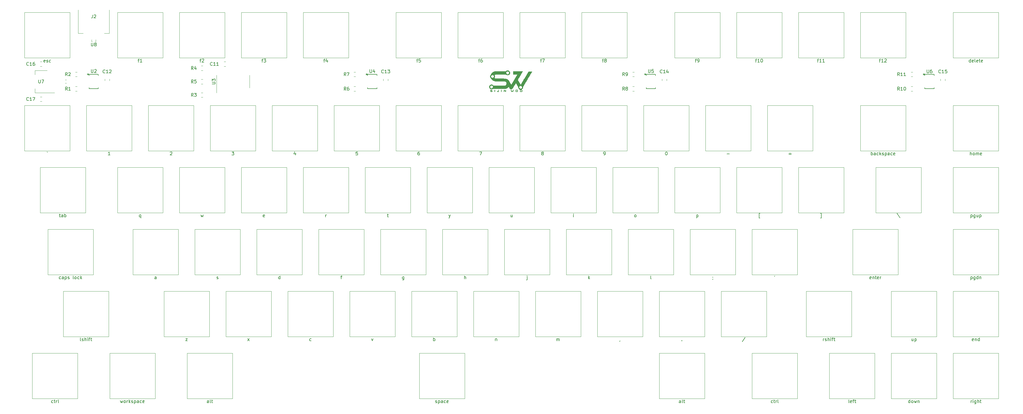
<source format=gbr>
G04 #@! TF.GenerationSoftware,KiCad,Pcbnew,5.1.5-52549c5~84~ubuntu18.04.1*
G04 #@! TF.CreationDate,2020-03-23T20:00:11-05:00*
G04 #@! TF.ProjectId,keyboard-cherry-mx-pcb-mounted,6b657962-6f61-4726-942d-636865727279,rev?*
G04 #@! TF.SameCoordinates,Original*
G04 #@! TF.FileFunction,Legend,Top*
G04 #@! TF.FilePolarity,Positive*
%FSLAX46Y46*%
G04 Gerber Fmt 4.6, Leading zero omitted, Abs format (unit mm)*
G04 Created by KiCad (PCBNEW 5.1.5-52549c5~84~ubuntu18.04.1) date 2020-03-23 20:00:11*
%MOMM*%
%LPD*%
G04 APERTURE LIST*
%ADD10C,0.010000*%
%ADD11C,0.120000*%
%ADD12C,0.152400*%
%ADD13C,0.150000*%
G04 APERTURE END LIST*
D10*
G36*
X167946475Y-63806282D02*
G01*
X168201920Y-63807232D01*
X168432126Y-63808762D01*
X168634021Y-63810827D01*
X168804530Y-63813383D01*
X168940580Y-63816384D01*
X169039098Y-63819787D01*
X169097012Y-63823547D01*
X169112046Y-63826842D01*
X169100662Y-63851825D01*
X169068735Y-63910503D01*
X169019602Y-63997041D01*
X168956599Y-64105605D01*
X168883063Y-64230361D01*
X168838014Y-64305978D01*
X168563982Y-64764228D01*
X166225682Y-64776196D01*
X166225682Y-63805955D01*
X167668864Y-63805955D01*
X167946475Y-63806282D01*
G37*
X167946475Y-63806282D02*
X168201920Y-63807232D01*
X168432126Y-63808762D01*
X168634021Y-63810827D01*
X168804530Y-63813383D01*
X168940580Y-63816384D01*
X169039098Y-63819787D01*
X169097012Y-63823547D01*
X169112046Y-63826842D01*
X169100662Y-63851825D01*
X169068735Y-63910503D01*
X169019602Y-63997041D01*
X168956599Y-64105605D01*
X168883063Y-64230361D01*
X168838014Y-64305978D01*
X168563982Y-64764228D01*
X166225682Y-64776196D01*
X166225682Y-63805955D01*
X167668864Y-63805955D01*
X167946475Y-63806282D01*
G36*
X164672815Y-63615051D02*
G01*
X164830614Y-63674825D01*
X164965428Y-63768597D01*
X165072369Y-63891577D01*
X165146551Y-64038976D01*
X165183089Y-64206006D01*
X165186084Y-64269432D01*
X165170315Y-64444385D01*
X165119720Y-64594445D01*
X165031279Y-64728206D01*
X165020296Y-64740949D01*
X164887439Y-64858519D01*
X164731825Y-64938486D01*
X164561239Y-64976914D01*
X164552041Y-64977707D01*
X164396694Y-64975817D01*
X164257270Y-64940509D01*
X164117894Y-64867485D01*
X164098953Y-64854999D01*
X163977805Y-64773473D01*
X162371244Y-64780396D01*
X160764682Y-64787319D01*
X160645727Y-64841139D01*
X160568469Y-64881797D01*
X160501588Y-64926635D01*
X160475103Y-64949958D01*
X160423435Y-65004957D01*
X160475104Y-65125065D01*
X160514416Y-65267626D01*
X160521880Y-65426278D01*
X160498237Y-65584390D01*
X160448794Y-65716726D01*
X160386907Y-65836002D01*
X160470206Y-65909140D01*
X160502161Y-65937591D01*
X160530862Y-65962142D01*
X160559795Y-65983109D01*
X160592444Y-66000806D01*
X160632297Y-66015547D01*
X160682837Y-66027646D01*
X160747550Y-66037418D01*
X160829921Y-66045177D01*
X160933437Y-66051237D01*
X161061581Y-66055913D01*
X161217841Y-66059520D01*
X161405700Y-66062371D01*
X161628644Y-66064780D01*
X161890158Y-66067063D01*
X162193729Y-66069534D01*
X162254046Y-66070031D01*
X162563378Y-66072695D01*
X162830179Y-66075272D01*
X163058097Y-66077874D01*
X163250782Y-66080618D01*
X163411884Y-66083617D01*
X163545052Y-66086986D01*
X163653936Y-66090840D01*
X163742185Y-66095293D01*
X163813449Y-66100460D01*
X163871377Y-66106456D01*
X163919619Y-66113395D01*
X163961824Y-66121391D01*
X163973991Y-66124044D01*
X164176313Y-66185380D01*
X164371312Y-66274471D01*
X164547053Y-66384678D01*
X164691600Y-66509361D01*
X164717892Y-66537919D01*
X164746623Y-66576710D01*
X164795388Y-66649405D01*
X164860534Y-66750264D01*
X164938407Y-66873545D01*
X165025355Y-67013509D01*
X165117724Y-67164415D01*
X165140030Y-67201190D01*
X165233195Y-67354926D01*
X165321435Y-67500298D01*
X165401118Y-67631339D01*
X165468611Y-67742081D01*
X165520280Y-67826558D01*
X165552493Y-67878802D01*
X165556631Y-67885416D01*
X165617229Y-67981694D01*
X166014563Y-67305293D01*
X167065182Y-67305293D01*
X167066876Y-67315773D01*
X167085421Y-67298072D01*
X167103137Y-67269591D01*
X167118001Y-67233890D01*
X167116307Y-67223410D01*
X167097762Y-67241110D01*
X167080046Y-67269591D01*
X167065182Y-67305293D01*
X166014563Y-67305293D01*
X167459773Y-64845046D01*
X167985727Y-64845046D01*
X168148348Y-64845949D01*
X168287167Y-64848520D01*
X168397019Y-64852547D01*
X168472740Y-64857821D01*
X168509165Y-64864133D01*
X168511682Y-64866423D01*
X168500215Y-64888326D01*
X168467452Y-64945694D01*
X168415856Y-65034392D01*
X168347885Y-65150282D01*
X168266000Y-65289226D01*
X168172662Y-65447087D01*
X168070331Y-65619728D01*
X167961467Y-65803011D01*
X167848531Y-65992800D01*
X167733982Y-66184956D01*
X167620282Y-66375343D01*
X167509890Y-66559823D01*
X167405267Y-66734259D01*
X167308874Y-66894513D01*
X167223170Y-67036449D01*
X167150615Y-67155928D01*
X167134089Y-67183000D01*
X167133230Y-67200026D01*
X167135189Y-67200319D01*
X167150211Y-67181498D01*
X167184813Y-67129213D01*
X167235033Y-67049730D01*
X167296907Y-66949314D01*
X167361570Y-66842410D01*
X167430849Y-66728100D01*
X167492329Y-66628894D01*
X167542014Y-66551061D01*
X167575906Y-66500872D01*
X167589751Y-66484500D01*
X167604063Y-66503718D01*
X167639059Y-66558491D01*
X167692123Y-66644505D01*
X167760641Y-66757443D01*
X167841995Y-66892988D01*
X167933571Y-67046824D01*
X168032753Y-67214633D01*
X168051688Y-67246800D01*
X168168132Y-67444162D01*
X168263741Y-67604703D01*
X168340644Y-67731671D01*
X168400971Y-67828312D01*
X168446851Y-67897872D01*
X168480414Y-67943600D01*
X168503790Y-67968740D01*
X168519107Y-67976541D01*
X168527355Y-67972000D01*
X168542619Y-67947291D01*
X168579649Y-67885461D01*
X168636842Y-67789226D01*
X168712600Y-67661300D01*
X168805319Y-67504396D01*
X168913400Y-67321229D01*
X169035242Y-67114514D01*
X169169243Y-66886965D01*
X169313802Y-66641295D01*
X169467319Y-66380220D01*
X169628192Y-66106454D01*
X169739628Y-65916716D01*
X170924682Y-63898532D01*
X171461546Y-63898425D01*
X171613458Y-63898984D01*
X171748697Y-63900609D01*
X171860851Y-63903131D01*
X171943510Y-63906379D01*
X171990261Y-63910183D01*
X171998410Y-63912672D01*
X171986729Y-63933912D01*
X171952667Y-63992244D01*
X171897693Y-64085214D01*
X171823275Y-64210368D01*
X171730882Y-64365251D01*
X171621985Y-64547411D01*
X171498051Y-64754392D01*
X171360549Y-64983741D01*
X171210950Y-65233003D01*
X171050722Y-65499724D01*
X170881333Y-65781451D01*
X170704253Y-66075729D01*
X170589864Y-66265702D01*
X170377175Y-66618864D01*
X170187052Y-66934681D01*
X170018230Y-67215367D01*
X169869442Y-67463136D01*
X169739424Y-67680201D01*
X169626910Y-67868776D01*
X169530635Y-68031074D01*
X169449333Y-68169309D01*
X169381738Y-68285694D01*
X169326586Y-68382442D01*
X169282611Y-68461768D01*
X169248547Y-68525884D01*
X169223129Y-68577005D01*
X169205091Y-68617343D01*
X169193168Y-68649113D01*
X169186095Y-68674527D01*
X169182606Y-68695800D01*
X169181436Y-68715145D01*
X169181319Y-68729508D01*
X169159196Y-68901653D01*
X169095615Y-69059972D01*
X168994755Y-69197707D01*
X168860793Y-69308103D01*
X168803167Y-69340926D01*
X168687909Y-69383364D01*
X168554484Y-69407546D01*
X168420645Y-69411931D01*
X168304147Y-69394975D01*
X168278055Y-69386570D01*
X168111355Y-69302407D01*
X167976781Y-69188521D01*
X167877543Y-69048883D01*
X167816853Y-68887462D01*
X167801735Y-68797626D01*
X167795963Y-68758062D01*
X167785243Y-68716396D01*
X167768668Y-68672064D01*
X168025613Y-68672064D01*
X168029672Y-68795808D01*
X168066676Y-68916297D01*
X168137890Y-69026556D01*
X168244576Y-69119609D01*
X168292319Y-69147768D01*
X168385797Y-69177016D01*
X168499588Y-69184174D01*
X168613625Y-69169564D01*
X168693743Y-69141315D01*
X168814361Y-69057321D01*
X168899356Y-68951607D01*
X168948703Y-68831722D01*
X168962378Y-68705217D01*
X168940357Y-68579640D01*
X168882618Y-68462541D01*
X168789136Y-68361470D01*
X168696385Y-68301152D01*
X168613429Y-68262967D01*
X168546858Y-68246365D01*
X168475087Y-68246646D01*
X168455255Y-68248639D01*
X168313549Y-68284034D01*
X168198467Y-68351049D01*
X168111275Y-68442709D01*
X168053235Y-68552039D01*
X168025613Y-68672064D01*
X167768668Y-68672064D01*
X167767044Y-68667722D01*
X167738831Y-68607136D01*
X167698072Y-68529733D01*
X167642235Y-68430608D01*
X167568785Y-68304856D01*
X167475190Y-68147572D01*
X167409139Y-68037407D01*
X167287523Y-67833020D01*
X167190924Y-67666471D01*
X167118949Y-67537033D01*
X167071204Y-67443984D01*
X167047295Y-67386597D01*
X167044754Y-67366562D01*
X167050874Y-67347887D01*
X167049010Y-67343835D01*
X167037485Y-67357078D01*
X167014620Y-67390290D01*
X166978738Y-67446143D01*
X166928159Y-67527310D01*
X166861207Y-67636464D01*
X166776203Y-67776278D01*
X166671469Y-67949423D01*
X166545327Y-68158574D01*
X166494260Y-68243350D01*
X166354174Y-68475378D01*
X166234888Y-68670796D01*
X166133689Y-68832740D01*
X166047863Y-68964348D01*
X165974697Y-69068756D01*
X165911478Y-69149103D01*
X165855494Y-69208525D01*
X165804032Y-69250159D01*
X165754378Y-69277144D01*
X165703819Y-69292616D01*
X165649643Y-69299712D01*
X165589136Y-69301570D01*
X165579137Y-69301591D01*
X165483312Y-69294865D01*
X165399213Y-69271620D01*
X165321324Y-69227259D01*
X165244128Y-69157183D01*
X165162110Y-69056793D01*
X165069754Y-68921492D01*
X165010955Y-68827936D01*
X164836776Y-68545071D01*
X164648002Y-68735509D01*
X164541123Y-68838088D01*
X164448264Y-68913758D01*
X164355932Y-68972701D01*
X164286046Y-69008670D01*
X164227949Y-69036747D01*
X164176494Y-69061434D01*
X164128463Y-69082967D01*
X164080637Y-69101578D01*
X164029797Y-69117505D01*
X163972724Y-69130980D01*
X163906199Y-69142240D01*
X163827003Y-69151518D01*
X163731918Y-69159050D01*
X163617725Y-69165071D01*
X163481204Y-69169815D01*
X163319137Y-69173517D01*
X163128305Y-69176412D01*
X162905490Y-69178734D01*
X162647471Y-69180720D01*
X162351032Y-69182602D01*
X162012951Y-69184617D01*
X161861500Y-69185536D01*
X161513881Y-69187702D01*
X161209440Y-69189702D01*
X160945174Y-69191620D01*
X160718080Y-69193541D01*
X160525155Y-69195551D01*
X160363396Y-69197734D01*
X160229800Y-69200176D01*
X160121364Y-69202960D01*
X160035085Y-69206173D01*
X159967960Y-69209898D01*
X159916986Y-69214222D01*
X159879160Y-69219229D01*
X159851479Y-69225003D01*
X159830939Y-69231631D01*
X159814539Y-69239196D01*
X159806410Y-69243664D01*
X159717772Y-69275332D01*
X159601897Y-69291188D01*
X159474873Y-69291399D01*
X159352791Y-69276135D01*
X159251740Y-69245565D01*
X159235552Y-69237672D01*
X159085160Y-69137260D01*
X158968953Y-69011478D01*
X158916172Y-68927954D01*
X158881660Y-68860247D01*
X158861194Y-68800266D01*
X158851228Y-68731386D01*
X158848494Y-68645641D01*
X159065184Y-68645641D01*
X159092571Y-68764837D01*
X159148643Y-68873630D01*
X159231402Y-68964894D01*
X159338848Y-69031504D01*
X159468981Y-69066333D01*
X159524466Y-69069758D01*
X159648379Y-69056227D01*
X159734470Y-69025861D01*
X159855063Y-68941884D01*
X159940051Y-68836190D01*
X159989408Y-68716327D01*
X160003111Y-68589847D01*
X159981137Y-68464299D01*
X159923462Y-68347234D01*
X159830062Y-68246202D01*
X159737113Y-68185778D01*
X159604107Y-68136792D01*
X159476837Y-68131842D01*
X159348564Y-68171246D01*
X159282483Y-68207350D01*
X159175132Y-68296898D01*
X159104465Y-68404546D01*
X159068482Y-68523169D01*
X159065184Y-68645641D01*
X158848494Y-68645641D01*
X158848218Y-68636985D01*
X158848137Y-68608864D01*
X158851033Y-68496952D01*
X158861605Y-68414704D01*
X158882677Y-68345856D01*
X158900779Y-68305743D01*
X158998478Y-68155698D01*
X159123596Y-68039240D01*
X159269681Y-67958564D01*
X159430285Y-67915862D01*
X159598955Y-67913327D01*
X159769243Y-67953151D01*
X159843917Y-67985100D01*
X159963425Y-68056315D01*
X160050056Y-68138717D01*
X160066753Y-68160384D01*
X160141228Y-68262629D01*
X163604864Y-68250443D01*
X163733696Y-68198560D01*
X163894170Y-68114516D01*
X164015652Y-68006497D01*
X164099282Y-67872784D01*
X164146202Y-67711653D01*
X164158083Y-67558228D01*
X164154134Y-67456333D01*
X164143533Y-67359923D01*
X164128481Y-67288322D01*
X164126750Y-67283080D01*
X164070136Y-67176635D01*
X163981063Y-67073295D01*
X163872188Y-66986024D01*
X163794834Y-66943161D01*
X163674137Y-66888591D01*
X162138591Y-66875959D01*
X161833886Y-66873406D01*
X161571699Y-66871039D01*
X161348368Y-66868728D01*
X161160231Y-66866339D01*
X161003625Y-66863739D01*
X160874888Y-66860797D01*
X160770358Y-66857381D01*
X160686372Y-66853356D01*
X160619268Y-66848592D01*
X160565383Y-66842955D01*
X160521057Y-66836313D01*
X160482625Y-66828534D01*
X160446425Y-66819485D01*
X160426550Y-66814033D01*
X160177498Y-66724292D01*
X159953126Y-66602513D01*
X159757923Y-66452099D01*
X159596378Y-66276451D01*
X159483137Y-66098958D01*
X159431035Y-66012570D01*
X159366842Y-65923846D01*
X159340459Y-65892205D01*
X159236304Y-65752545D01*
X159172145Y-65609649D01*
X159142651Y-65451429D01*
X159141918Y-65441898D01*
X159142065Y-65436005D01*
X159365366Y-65436005D01*
X159392752Y-65555200D01*
X159448825Y-65663993D01*
X159531584Y-65755258D01*
X159639029Y-65821868D01*
X159769162Y-65856697D01*
X159824648Y-65860121D01*
X159948560Y-65846591D01*
X160034652Y-65816224D01*
X160155245Y-65732248D01*
X160240232Y-65626553D01*
X160289590Y-65506691D01*
X160303293Y-65380211D01*
X160281319Y-65254663D01*
X160223644Y-65137598D01*
X160130244Y-65036565D01*
X160037295Y-64976141D01*
X159904289Y-64927156D01*
X159777019Y-64922206D01*
X159648746Y-64961610D01*
X159582665Y-64997714D01*
X159475314Y-65087261D01*
X159404647Y-65194909D01*
X159368664Y-65313533D01*
X159365366Y-65436005D01*
X159142065Y-65436005D01*
X159145970Y-65280130D01*
X159185676Y-65133412D01*
X159264940Y-64988378D01*
X159281269Y-64964837D01*
X159326292Y-64894547D01*
X159381211Y-64798585D01*
X159436821Y-64693324D01*
X159458900Y-64648773D01*
X159580905Y-64443310D01*
X159734612Y-64267460D01*
X159771173Y-64238609D01*
X164030886Y-64238609D01*
X164034945Y-64362354D01*
X164071949Y-64482843D01*
X164143162Y-64593101D01*
X164249849Y-64686154D01*
X164297591Y-64714314D01*
X164391069Y-64743561D01*
X164504860Y-64750719D01*
X164618898Y-64736110D01*
X164699016Y-64707861D01*
X164819634Y-64623866D01*
X164904629Y-64518152D01*
X164953975Y-64398268D01*
X164967650Y-64271763D01*
X164945630Y-64146186D01*
X164887891Y-64029087D01*
X164794408Y-63928015D01*
X164701658Y-63867697D01*
X164618702Y-63829513D01*
X164552131Y-63812911D01*
X164480359Y-63813191D01*
X164460528Y-63815185D01*
X164318821Y-63850580D01*
X164203740Y-63917595D01*
X164116547Y-64009255D01*
X164058508Y-64118585D01*
X164030886Y-64238609D01*
X159771173Y-64238609D01*
X159922292Y-64119359D01*
X160146217Y-63997143D01*
X160349046Y-63918066D01*
X160510682Y-63863984D01*
X162227802Y-63857216D01*
X163944923Y-63850449D01*
X164017207Y-63778164D01*
X164146041Y-63681231D01*
X164300948Y-63619035D01*
X164474652Y-63594367D01*
X164496917Y-63594062D01*
X164672815Y-63615051D01*
G37*
X164672815Y-63615051D02*
X164830614Y-63674825D01*
X164965428Y-63768597D01*
X165072369Y-63891577D01*
X165146551Y-64038976D01*
X165183089Y-64206006D01*
X165186084Y-64269432D01*
X165170315Y-64444385D01*
X165119720Y-64594445D01*
X165031279Y-64728206D01*
X165020296Y-64740949D01*
X164887439Y-64858519D01*
X164731825Y-64938486D01*
X164561239Y-64976914D01*
X164552041Y-64977707D01*
X164396694Y-64975817D01*
X164257270Y-64940509D01*
X164117894Y-64867485D01*
X164098953Y-64854999D01*
X163977805Y-64773473D01*
X162371244Y-64780396D01*
X160764682Y-64787319D01*
X160645727Y-64841139D01*
X160568469Y-64881797D01*
X160501588Y-64926635D01*
X160475103Y-64949958D01*
X160423435Y-65004957D01*
X160475104Y-65125065D01*
X160514416Y-65267626D01*
X160521880Y-65426278D01*
X160498237Y-65584390D01*
X160448794Y-65716726D01*
X160386907Y-65836002D01*
X160470206Y-65909140D01*
X160502161Y-65937591D01*
X160530862Y-65962142D01*
X160559795Y-65983109D01*
X160592444Y-66000806D01*
X160632297Y-66015547D01*
X160682837Y-66027646D01*
X160747550Y-66037418D01*
X160829921Y-66045177D01*
X160933437Y-66051237D01*
X161061581Y-66055913D01*
X161217841Y-66059520D01*
X161405700Y-66062371D01*
X161628644Y-66064780D01*
X161890158Y-66067063D01*
X162193729Y-66069534D01*
X162254046Y-66070031D01*
X162563378Y-66072695D01*
X162830179Y-66075272D01*
X163058097Y-66077874D01*
X163250782Y-66080618D01*
X163411884Y-66083617D01*
X163545052Y-66086986D01*
X163653936Y-66090840D01*
X163742185Y-66095293D01*
X163813449Y-66100460D01*
X163871377Y-66106456D01*
X163919619Y-66113395D01*
X163961824Y-66121391D01*
X163973991Y-66124044D01*
X164176313Y-66185380D01*
X164371312Y-66274471D01*
X164547053Y-66384678D01*
X164691600Y-66509361D01*
X164717892Y-66537919D01*
X164746623Y-66576710D01*
X164795388Y-66649405D01*
X164860534Y-66750264D01*
X164938407Y-66873545D01*
X165025355Y-67013509D01*
X165117724Y-67164415D01*
X165140030Y-67201190D01*
X165233195Y-67354926D01*
X165321435Y-67500298D01*
X165401118Y-67631339D01*
X165468611Y-67742081D01*
X165520280Y-67826558D01*
X165552493Y-67878802D01*
X165556631Y-67885416D01*
X165617229Y-67981694D01*
X166014563Y-67305293D01*
X167065182Y-67305293D01*
X167066876Y-67315773D01*
X167085421Y-67298072D01*
X167103137Y-67269591D01*
X167118001Y-67233890D01*
X167116307Y-67223410D01*
X167097762Y-67241110D01*
X167080046Y-67269591D01*
X167065182Y-67305293D01*
X166014563Y-67305293D01*
X167459773Y-64845046D01*
X167985727Y-64845046D01*
X168148348Y-64845949D01*
X168287167Y-64848520D01*
X168397019Y-64852547D01*
X168472740Y-64857821D01*
X168509165Y-64864133D01*
X168511682Y-64866423D01*
X168500215Y-64888326D01*
X168467452Y-64945694D01*
X168415856Y-65034392D01*
X168347885Y-65150282D01*
X168266000Y-65289226D01*
X168172662Y-65447087D01*
X168070331Y-65619728D01*
X167961467Y-65803011D01*
X167848531Y-65992800D01*
X167733982Y-66184956D01*
X167620282Y-66375343D01*
X167509890Y-66559823D01*
X167405267Y-66734259D01*
X167308874Y-66894513D01*
X167223170Y-67036449D01*
X167150615Y-67155928D01*
X167134089Y-67183000D01*
X167133230Y-67200026D01*
X167135189Y-67200319D01*
X167150211Y-67181498D01*
X167184813Y-67129213D01*
X167235033Y-67049730D01*
X167296907Y-66949314D01*
X167361570Y-66842410D01*
X167430849Y-66728100D01*
X167492329Y-66628894D01*
X167542014Y-66551061D01*
X167575906Y-66500872D01*
X167589751Y-66484500D01*
X167604063Y-66503718D01*
X167639059Y-66558491D01*
X167692123Y-66644505D01*
X167760641Y-66757443D01*
X167841995Y-66892988D01*
X167933571Y-67046824D01*
X168032753Y-67214633D01*
X168051688Y-67246800D01*
X168168132Y-67444162D01*
X168263741Y-67604703D01*
X168340644Y-67731671D01*
X168400971Y-67828312D01*
X168446851Y-67897872D01*
X168480414Y-67943600D01*
X168503790Y-67968740D01*
X168519107Y-67976541D01*
X168527355Y-67972000D01*
X168542619Y-67947291D01*
X168579649Y-67885461D01*
X168636842Y-67789226D01*
X168712600Y-67661300D01*
X168805319Y-67504396D01*
X168913400Y-67321229D01*
X169035242Y-67114514D01*
X169169243Y-66886965D01*
X169313802Y-66641295D01*
X169467319Y-66380220D01*
X169628192Y-66106454D01*
X169739628Y-65916716D01*
X170924682Y-63898532D01*
X171461546Y-63898425D01*
X171613458Y-63898984D01*
X171748697Y-63900609D01*
X171860851Y-63903131D01*
X171943510Y-63906379D01*
X171990261Y-63910183D01*
X171998410Y-63912672D01*
X171986729Y-63933912D01*
X171952667Y-63992244D01*
X171897693Y-64085214D01*
X171823275Y-64210368D01*
X171730882Y-64365251D01*
X171621985Y-64547411D01*
X171498051Y-64754392D01*
X171360549Y-64983741D01*
X171210950Y-65233003D01*
X171050722Y-65499724D01*
X170881333Y-65781451D01*
X170704253Y-66075729D01*
X170589864Y-66265702D01*
X170377175Y-66618864D01*
X170187052Y-66934681D01*
X170018230Y-67215367D01*
X169869442Y-67463136D01*
X169739424Y-67680201D01*
X169626910Y-67868776D01*
X169530635Y-68031074D01*
X169449333Y-68169309D01*
X169381738Y-68285694D01*
X169326586Y-68382442D01*
X169282611Y-68461768D01*
X169248547Y-68525884D01*
X169223129Y-68577005D01*
X169205091Y-68617343D01*
X169193168Y-68649113D01*
X169186095Y-68674527D01*
X169182606Y-68695800D01*
X169181436Y-68715145D01*
X169181319Y-68729508D01*
X169159196Y-68901653D01*
X169095615Y-69059972D01*
X168994755Y-69197707D01*
X168860793Y-69308103D01*
X168803167Y-69340926D01*
X168687909Y-69383364D01*
X168554484Y-69407546D01*
X168420645Y-69411931D01*
X168304147Y-69394975D01*
X168278055Y-69386570D01*
X168111355Y-69302407D01*
X167976781Y-69188521D01*
X167877543Y-69048883D01*
X167816853Y-68887462D01*
X167801735Y-68797626D01*
X167795963Y-68758062D01*
X167785243Y-68716396D01*
X167768668Y-68672064D01*
X168025613Y-68672064D01*
X168029672Y-68795808D01*
X168066676Y-68916297D01*
X168137890Y-69026556D01*
X168244576Y-69119609D01*
X168292319Y-69147768D01*
X168385797Y-69177016D01*
X168499588Y-69184174D01*
X168613625Y-69169564D01*
X168693743Y-69141315D01*
X168814361Y-69057321D01*
X168899356Y-68951607D01*
X168948703Y-68831722D01*
X168962378Y-68705217D01*
X168940357Y-68579640D01*
X168882618Y-68462541D01*
X168789136Y-68361470D01*
X168696385Y-68301152D01*
X168613429Y-68262967D01*
X168546858Y-68246365D01*
X168475087Y-68246646D01*
X168455255Y-68248639D01*
X168313549Y-68284034D01*
X168198467Y-68351049D01*
X168111275Y-68442709D01*
X168053235Y-68552039D01*
X168025613Y-68672064D01*
X167768668Y-68672064D01*
X167767044Y-68667722D01*
X167738831Y-68607136D01*
X167698072Y-68529733D01*
X167642235Y-68430608D01*
X167568785Y-68304856D01*
X167475190Y-68147572D01*
X167409139Y-68037407D01*
X167287523Y-67833020D01*
X167190924Y-67666471D01*
X167118949Y-67537033D01*
X167071204Y-67443984D01*
X167047295Y-67386597D01*
X167044754Y-67366562D01*
X167050874Y-67347887D01*
X167049010Y-67343835D01*
X167037485Y-67357078D01*
X167014620Y-67390290D01*
X166978738Y-67446143D01*
X166928159Y-67527310D01*
X166861207Y-67636464D01*
X166776203Y-67776278D01*
X166671469Y-67949423D01*
X166545327Y-68158574D01*
X166494260Y-68243350D01*
X166354174Y-68475378D01*
X166234888Y-68670796D01*
X166133689Y-68832740D01*
X166047863Y-68964348D01*
X165974697Y-69068756D01*
X165911478Y-69149103D01*
X165855494Y-69208525D01*
X165804032Y-69250159D01*
X165754378Y-69277144D01*
X165703819Y-69292616D01*
X165649643Y-69299712D01*
X165589136Y-69301570D01*
X165579137Y-69301591D01*
X165483312Y-69294865D01*
X165399213Y-69271620D01*
X165321324Y-69227259D01*
X165244128Y-69157183D01*
X165162110Y-69056793D01*
X165069754Y-68921492D01*
X165010955Y-68827936D01*
X164836776Y-68545071D01*
X164648002Y-68735509D01*
X164541123Y-68838088D01*
X164448264Y-68913758D01*
X164355932Y-68972701D01*
X164286046Y-69008670D01*
X164227949Y-69036747D01*
X164176494Y-69061434D01*
X164128463Y-69082967D01*
X164080637Y-69101578D01*
X164029797Y-69117505D01*
X163972724Y-69130980D01*
X163906199Y-69142240D01*
X163827003Y-69151518D01*
X163731918Y-69159050D01*
X163617725Y-69165071D01*
X163481204Y-69169815D01*
X163319137Y-69173517D01*
X163128305Y-69176412D01*
X162905490Y-69178734D01*
X162647471Y-69180720D01*
X162351032Y-69182602D01*
X162012951Y-69184617D01*
X161861500Y-69185536D01*
X161513881Y-69187702D01*
X161209440Y-69189702D01*
X160945174Y-69191620D01*
X160718080Y-69193541D01*
X160525155Y-69195551D01*
X160363396Y-69197734D01*
X160229800Y-69200176D01*
X160121364Y-69202960D01*
X160035085Y-69206173D01*
X159967960Y-69209898D01*
X159916986Y-69214222D01*
X159879160Y-69219229D01*
X159851479Y-69225003D01*
X159830939Y-69231631D01*
X159814539Y-69239196D01*
X159806410Y-69243664D01*
X159717772Y-69275332D01*
X159601897Y-69291188D01*
X159474873Y-69291399D01*
X159352791Y-69276135D01*
X159251740Y-69245565D01*
X159235552Y-69237672D01*
X159085160Y-69137260D01*
X158968953Y-69011478D01*
X158916172Y-68927954D01*
X158881660Y-68860247D01*
X158861194Y-68800266D01*
X158851228Y-68731386D01*
X158848494Y-68645641D01*
X159065184Y-68645641D01*
X159092571Y-68764837D01*
X159148643Y-68873630D01*
X159231402Y-68964894D01*
X159338848Y-69031504D01*
X159468981Y-69066333D01*
X159524466Y-69069758D01*
X159648379Y-69056227D01*
X159734470Y-69025861D01*
X159855063Y-68941884D01*
X159940051Y-68836190D01*
X159989408Y-68716327D01*
X160003111Y-68589847D01*
X159981137Y-68464299D01*
X159923462Y-68347234D01*
X159830062Y-68246202D01*
X159737113Y-68185778D01*
X159604107Y-68136792D01*
X159476837Y-68131842D01*
X159348564Y-68171246D01*
X159282483Y-68207350D01*
X159175132Y-68296898D01*
X159104465Y-68404546D01*
X159068482Y-68523169D01*
X159065184Y-68645641D01*
X158848494Y-68645641D01*
X158848218Y-68636985D01*
X158848137Y-68608864D01*
X158851033Y-68496952D01*
X158861605Y-68414704D01*
X158882677Y-68345856D01*
X158900779Y-68305743D01*
X158998478Y-68155698D01*
X159123596Y-68039240D01*
X159269681Y-67958564D01*
X159430285Y-67915862D01*
X159598955Y-67913327D01*
X159769243Y-67953151D01*
X159843917Y-67985100D01*
X159963425Y-68056315D01*
X160050056Y-68138717D01*
X160066753Y-68160384D01*
X160141228Y-68262629D01*
X163604864Y-68250443D01*
X163733696Y-68198560D01*
X163894170Y-68114516D01*
X164015652Y-68006497D01*
X164099282Y-67872784D01*
X164146202Y-67711653D01*
X164158083Y-67558228D01*
X164154134Y-67456333D01*
X164143533Y-67359923D01*
X164128481Y-67288322D01*
X164126750Y-67283080D01*
X164070136Y-67176635D01*
X163981063Y-67073295D01*
X163872188Y-66986024D01*
X163794834Y-66943161D01*
X163674137Y-66888591D01*
X162138591Y-66875959D01*
X161833886Y-66873406D01*
X161571699Y-66871039D01*
X161348368Y-66868728D01*
X161160231Y-66866339D01*
X161003625Y-66863739D01*
X160874888Y-66860797D01*
X160770358Y-66857381D01*
X160686372Y-66853356D01*
X160619268Y-66848592D01*
X160565383Y-66842955D01*
X160521057Y-66836313D01*
X160482625Y-66828534D01*
X160446425Y-66819485D01*
X160426550Y-66814033D01*
X160177498Y-66724292D01*
X159953126Y-66602513D01*
X159757923Y-66452099D01*
X159596378Y-66276451D01*
X159483137Y-66098958D01*
X159431035Y-66012570D01*
X159366842Y-65923846D01*
X159340459Y-65892205D01*
X159236304Y-65752545D01*
X159172145Y-65609649D01*
X159142651Y-65451429D01*
X159141918Y-65441898D01*
X159142065Y-65436005D01*
X159365366Y-65436005D01*
X159392752Y-65555200D01*
X159448825Y-65663993D01*
X159531584Y-65755258D01*
X159639029Y-65821868D01*
X159769162Y-65856697D01*
X159824648Y-65860121D01*
X159948560Y-65846591D01*
X160034652Y-65816224D01*
X160155245Y-65732248D01*
X160240232Y-65626553D01*
X160289590Y-65506691D01*
X160303293Y-65380211D01*
X160281319Y-65254663D01*
X160223644Y-65137598D01*
X160130244Y-65036565D01*
X160037295Y-64976141D01*
X159904289Y-64927156D01*
X159777019Y-64922206D01*
X159648746Y-64961610D01*
X159582665Y-64997714D01*
X159475314Y-65087261D01*
X159404647Y-65194909D01*
X159368664Y-65313533D01*
X159365366Y-65436005D01*
X159142065Y-65436005D01*
X159145970Y-65280130D01*
X159185676Y-65133412D01*
X159264940Y-64988378D01*
X159281269Y-64964837D01*
X159326292Y-64894547D01*
X159381211Y-64798585D01*
X159436821Y-64693324D01*
X159458900Y-64648773D01*
X159580905Y-64443310D01*
X159734612Y-64267460D01*
X159771173Y-64238609D01*
X164030886Y-64238609D01*
X164034945Y-64362354D01*
X164071949Y-64482843D01*
X164143162Y-64593101D01*
X164249849Y-64686154D01*
X164297591Y-64714314D01*
X164391069Y-64743561D01*
X164504860Y-64750719D01*
X164618898Y-64736110D01*
X164699016Y-64707861D01*
X164819634Y-64623866D01*
X164904629Y-64518152D01*
X164953975Y-64398268D01*
X164967650Y-64271763D01*
X164945630Y-64146186D01*
X164887891Y-64029087D01*
X164794408Y-63928015D01*
X164701658Y-63867697D01*
X164618702Y-63829513D01*
X164552131Y-63812911D01*
X164480359Y-63813191D01*
X164460528Y-63815185D01*
X164318821Y-63850580D01*
X164203740Y-63917595D01*
X164116547Y-64009255D01*
X164058508Y-64118585D01*
X164030886Y-64238609D01*
X159771173Y-64238609D01*
X159922292Y-64119359D01*
X160146217Y-63997143D01*
X160349046Y-63918066D01*
X160510682Y-63863984D01*
X162227802Y-63857216D01*
X163944923Y-63850449D01*
X164017207Y-63778164D01*
X164146041Y-63681231D01*
X164300948Y-63619035D01*
X164474652Y-63594367D01*
X164496917Y-63594062D01*
X164672815Y-63615051D01*
G36*
X166310936Y-69544427D02*
G01*
X166312362Y-69561364D01*
X166300949Y-69594470D01*
X166278679Y-69660636D01*
X166249172Y-69749068D01*
X166227169Y-69815364D01*
X166195440Y-69908833D01*
X166168678Y-69983345D01*
X166150275Y-70029708D01*
X166144107Y-70040500D01*
X166127379Y-70023315D01*
X166114464Y-70002709D01*
X166109773Y-69961800D01*
X166123660Y-69886165D01*
X166156753Y-69772617D01*
X166164533Y-69748709D01*
X166200475Y-69645146D01*
X166228601Y-69579286D01*
X166252636Y-69544116D01*
X166276305Y-69532622D01*
X166279369Y-69532500D01*
X166310936Y-69544427D01*
G37*
X166310936Y-69544427D02*
X166312362Y-69561364D01*
X166300949Y-69594470D01*
X166278679Y-69660636D01*
X166249172Y-69749068D01*
X166227169Y-69815364D01*
X166195440Y-69908833D01*
X166168678Y-69983345D01*
X166150275Y-70029708D01*
X166144107Y-70040500D01*
X166127379Y-70023315D01*
X166114464Y-70002709D01*
X166109773Y-69961800D01*
X166123660Y-69886165D01*
X166156753Y-69772617D01*
X166164533Y-69748709D01*
X166200475Y-69645146D01*
X166228601Y-69579286D01*
X166252636Y-69544116D01*
X166276305Y-69532622D01*
X166279369Y-69532500D01*
X166310936Y-69544427D01*
G36*
X168791536Y-69535129D02*
G01*
X168888275Y-69542978D01*
X168939855Y-69555991D01*
X168945791Y-69560210D01*
X168960346Y-69599897D01*
X168969632Y-69683225D01*
X168973420Y-69807929D01*
X168973500Y-69832682D01*
X168970655Y-69964090D01*
X168962273Y-70054501D01*
X168948584Y-70101650D01*
X168945791Y-70105155D01*
X168906036Y-70119501D01*
X168820970Y-70128697D01*
X168691181Y-70132686D01*
X168650228Y-70132864D01*
X168508919Y-70130236D01*
X168412181Y-70122387D01*
X168360601Y-70109373D01*
X168354664Y-70105155D01*
X168340110Y-70065468D01*
X168337328Y-70040500D01*
X168417586Y-70040500D01*
X168882870Y-70040500D01*
X168876231Y-69826910D01*
X168869591Y-69613319D01*
X168430864Y-69613319D01*
X168424225Y-69826910D01*
X168417586Y-70040500D01*
X168337328Y-70040500D01*
X168330823Y-69982140D01*
X168327036Y-69857435D01*
X168326955Y-69832682D01*
X168329800Y-69701274D01*
X168338182Y-69610863D01*
X168351871Y-69563715D01*
X168354664Y-69560210D01*
X168394419Y-69545863D01*
X168479485Y-69536668D01*
X168609275Y-69532678D01*
X168650228Y-69532500D01*
X168791536Y-69535129D01*
G37*
X168791536Y-69535129D02*
X168888275Y-69542978D01*
X168939855Y-69555991D01*
X168945791Y-69560210D01*
X168960346Y-69599897D01*
X168969632Y-69683225D01*
X168973420Y-69807929D01*
X168973500Y-69832682D01*
X168970655Y-69964090D01*
X168962273Y-70054501D01*
X168948584Y-70101650D01*
X168945791Y-70105155D01*
X168906036Y-70119501D01*
X168820970Y-70128697D01*
X168691181Y-70132686D01*
X168650228Y-70132864D01*
X168508919Y-70130236D01*
X168412181Y-70122387D01*
X168360601Y-70109373D01*
X168354664Y-70105155D01*
X168340110Y-70065468D01*
X168337328Y-70040500D01*
X168417586Y-70040500D01*
X168882870Y-70040500D01*
X168876231Y-69826910D01*
X168869591Y-69613319D01*
X168430864Y-69613319D01*
X168424225Y-69826910D01*
X168417586Y-70040500D01*
X168337328Y-70040500D01*
X168330823Y-69982140D01*
X168327036Y-69857435D01*
X168326955Y-69832682D01*
X168329800Y-69701274D01*
X168338182Y-69610863D01*
X168351871Y-69563715D01*
X168354664Y-69560210D01*
X168394419Y-69545863D01*
X168479485Y-69536668D01*
X168609275Y-69532678D01*
X168650228Y-69532500D01*
X168791536Y-69535129D01*
G36*
X167583040Y-69819300D02*
G01*
X167584597Y-69946832D01*
X167581854Y-70034228D01*
X167574349Y-70087373D01*
X167561619Y-70112153D01*
X167559949Y-70113356D01*
X167525812Y-70121002D01*
X167456323Y-70127152D01*
X167362308Y-70131086D01*
X167276319Y-70132157D01*
X167170439Y-70130522D01*
X167080387Y-70126096D01*
X167016989Y-70119596D01*
X166992688Y-70113356D01*
X166979379Y-70091230D01*
X166971343Y-70041361D01*
X166968119Y-69957863D01*
X166969243Y-69834851D01*
X166969597Y-69819300D01*
X166974765Y-69601773D01*
X167056955Y-69601773D01*
X167056955Y-70040500D01*
X167495682Y-70040500D01*
X167495682Y-69601773D01*
X167056955Y-69601773D01*
X166974765Y-69601773D01*
X166976137Y-69544046D01*
X167576500Y-69544046D01*
X167583040Y-69819300D01*
G37*
X167583040Y-69819300D02*
X167584597Y-69946832D01*
X167581854Y-70034228D01*
X167574349Y-70087373D01*
X167561619Y-70112153D01*
X167559949Y-70113356D01*
X167525812Y-70121002D01*
X167456323Y-70127152D01*
X167362308Y-70131086D01*
X167276319Y-70132157D01*
X167170439Y-70130522D01*
X167080387Y-70126096D01*
X167016989Y-70119596D01*
X166992688Y-70113356D01*
X166979379Y-70091230D01*
X166971343Y-70041361D01*
X166968119Y-69957863D01*
X166969243Y-69834851D01*
X166969597Y-69819300D01*
X166974765Y-69601773D01*
X167056955Y-69601773D01*
X167056955Y-70040500D01*
X167495682Y-70040500D01*
X167495682Y-69601773D01*
X167056955Y-69601773D01*
X166974765Y-69601773D01*
X166976137Y-69544046D01*
X167576500Y-69544046D01*
X167583040Y-69819300D01*
G36*
X165551248Y-69541551D02*
G01*
X165573828Y-69573112D01*
X165600045Y-69633797D01*
X165633120Y-69730217D01*
X165647686Y-69776104D01*
X165723972Y-70019708D01*
X165791388Y-69901667D01*
X165838724Y-69829317D01*
X165880437Y-69794652D01*
X165921594Y-69798957D01*
X165967261Y-69843519D01*
X166022506Y-69929624D01*
X166042645Y-69965455D01*
X166086830Y-70048018D01*
X166109447Y-70098438D01*
X166112728Y-70124148D01*
X166098902Y-70132583D01*
X166092883Y-70132864D01*
X166054144Y-70111012D01*
X166006264Y-70047404D01*
X165982418Y-70005945D01*
X165944930Y-69939875D01*
X165915337Y-69893941D01*
X165901349Y-69878945D01*
X165884186Y-69897305D01*
X165852326Y-69945092D01*
X165819634Y-69999948D01*
X165766938Y-70078242D01*
X165719067Y-70123233D01*
X165680856Y-70131278D01*
X165664559Y-70116824D01*
X165652881Y-70087340D01*
X165631485Y-70024849D01*
X165603728Y-69940024D01*
X165572969Y-69843537D01*
X165542565Y-69746060D01*
X165515874Y-69658267D01*
X165496254Y-69590828D01*
X165487064Y-69554417D01*
X165486773Y-69551778D01*
X165505969Y-69535653D01*
X165529087Y-69532500D01*
X165551248Y-69541551D01*
G37*
X165551248Y-69541551D02*
X165573828Y-69573112D01*
X165600045Y-69633797D01*
X165633120Y-69730217D01*
X165647686Y-69776104D01*
X165723972Y-70019708D01*
X165791388Y-69901667D01*
X165838724Y-69829317D01*
X165880437Y-69794652D01*
X165921594Y-69798957D01*
X165967261Y-69843519D01*
X166022506Y-69929624D01*
X166042645Y-69965455D01*
X166086830Y-70048018D01*
X166109447Y-70098438D01*
X166112728Y-70124148D01*
X166098902Y-70132583D01*
X166092883Y-70132864D01*
X166054144Y-70111012D01*
X166006264Y-70047404D01*
X165982418Y-70005945D01*
X165944930Y-69939875D01*
X165915337Y-69893941D01*
X165901349Y-69878945D01*
X165884186Y-69897305D01*
X165852326Y-69945092D01*
X165819634Y-69999948D01*
X165766938Y-70078242D01*
X165719067Y-70123233D01*
X165680856Y-70131278D01*
X165664559Y-70116824D01*
X165652881Y-70087340D01*
X165631485Y-70024849D01*
X165603728Y-69940024D01*
X165572969Y-69843537D01*
X165542565Y-69746060D01*
X165515874Y-69658267D01*
X165496254Y-69590828D01*
X165487064Y-69554417D01*
X165486773Y-69551778D01*
X165505969Y-69535653D01*
X165529087Y-69532500D01*
X165551248Y-69541551D01*
G36*
X163935931Y-69535217D02*
G01*
X163948593Y-69548268D01*
X163956497Y-69579002D01*
X163960754Y-69634770D01*
X163962475Y-69722922D01*
X163962773Y-69832682D01*
X163962353Y-69955313D01*
X163960358Y-70039109D01*
X163955689Y-70091414D01*
X163947245Y-70119574D01*
X163933925Y-70130933D01*
X163917802Y-70132864D01*
X163883599Y-70114912D01*
X163823520Y-70062502D01*
X163739813Y-69977809D01*
X163634729Y-69863004D01*
X163612964Y-69838455D01*
X163518630Y-69730878D01*
X163452109Y-69652677D01*
X163410140Y-69599065D01*
X163389462Y-69565252D01*
X163386814Y-69546453D01*
X163398933Y-69537879D01*
X163407096Y-69536253D01*
X163454513Y-69538185D01*
X163475253Y-69549783D01*
X163495075Y-69574727D01*
X163538698Y-69627046D01*
X163599743Y-69699158D01*
X163671831Y-69783483D01*
X163674137Y-69786167D01*
X163858864Y-70001227D01*
X163865445Y-69766864D01*
X163869126Y-69660664D01*
X163874207Y-69592386D01*
X163882519Y-69553772D01*
X163895893Y-69536565D01*
X163916158Y-69532506D01*
X163917399Y-69532500D01*
X163935931Y-69535217D01*
G37*
X163935931Y-69535217D02*
X163948593Y-69548268D01*
X163956497Y-69579002D01*
X163960754Y-69634770D01*
X163962475Y-69722922D01*
X163962773Y-69832682D01*
X163962353Y-69955313D01*
X163960358Y-70039109D01*
X163955689Y-70091414D01*
X163947245Y-70119574D01*
X163933925Y-70130933D01*
X163917802Y-70132864D01*
X163883599Y-70114912D01*
X163823520Y-70062502D01*
X163739813Y-69977809D01*
X163634729Y-69863004D01*
X163612964Y-69838455D01*
X163518630Y-69730878D01*
X163452109Y-69652677D01*
X163410140Y-69599065D01*
X163389462Y-69565252D01*
X163386814Y-69546453D01*
X163398933Y-69537879D01*
X163407096Y-69536253D01*
X163454513Y-69538185D01*
X163475253Y-69549783D01*
X163495075Y-69574727D01*
X163538698Y-69627046D01*
X163599743Y-69699158D01*
X163671831Y-69783483D01*
X163674137Y-69786167D01*
X163858864Y-70001227D01*
X163865445Y-69766864D01*
X163869126Y-69660664D01*
X163874207Y-69592386D01*
X163882519Y-69553772D01*
X163895893Y-69536565D01*
X163916158Y-69532506D01*
X163917399Y-69532500D01*
X163935931Y-69535217D01*
G36*
X163409427Y-69683348D02*
G01*
X163432490Y-69709596D01*
X163445853Y-69744168D01*
X163451408Y-69798300D01*
X163451045Y-69883227D01*
X163449836Y-69923348D01*
X163445188Y-70021294D01*
X163437880Y-70082008D01*
X163425861Y-70114438D01*
X163407082Y-70127530D01*
X163402819Y-70128525D01*
X163384902Y-70127830D01*
X163373196Y-70112425D01*
X163366408Y-70074632D01*
X163363245Y-70006772D01*
X163362414Y-69901169D01*
X163362410Y-69888524D01*
X163362410Y-69640797D01*
X163409427Y-69683348D01*
G37*
X163409427Y-69683348D02*
X163432490Y-69709596D01*
X163445853Y-69744168D01*
X163451408Y-69798300D01*
X163451045Y-69883227D01*
X163449836Y-69923348D01*
X163445188Y-70021294D01*
X163437880Y-70082008D01*
X163425861Y-70114438D01*
X163407082Y-70127530D01*
X163402819Y-70128525D01*
X163384902Y-70127830D01*
X163373196Y-70112425D01*
X163366408Y-70074632D01*
X163363245Y-70006772D01*
X163362414Y-69901169D01*
X163362410Y-69888524D01*
X163362410Y-69640797D01*
X163409427Y-69683348D01*
G36*
X162573081Y-69535046D02*
G01*
X162585962Y-69547591D01*
X162594003Y-69577494D01*
X162598336Y-69632114D01*
X162600094Y-69718812D01*
X162600410Y-69832682D01*
X162600018Y-69955230D01*
X162598088Y-70038957D01*
X162593487Y-70091224D01*
X162585084Y-70119389D01*
X162571746Y-70130813D01*
X162554228Y-70132864D01*
X162535374Y-70130318D01*
X162522493Y-70117773D01*
X162514452Y-70087871D01*
X162510119Y-70033250D01*
X162508361Y-69946552D01*
X162508046Y-69832682D01*
X162508438Y-69710135D01*
X162510367Y-69626407D01*
X162514968Y-69574141D01*
X162523371Y-69545975D01*
X162536709Y-69534551D01*
X162554228Y-69532500D01*
X162573081Y-69535046D01*
G37*
X162573081Y-69535046D02*
X162585962Y-69547591D01*
X162594003Y-69577494D01*
X162598336Y-69632114D01*
X162600094Y-69718812D01*
X162600410Y-69832682D01*
X162600018Y-69955230D01*
X162598088Y-70038957D01*
X162593487Y-70091224D01*
X162585084Y-70119389D01*
X162571746Y-70130813D01*
X162554228Y-70132864D01*
X162535374Y-70130318D01*
X162522493Y-70117773D01*
X162514452Y-70087871D01*
X162510119Y-70033250D01*
X162508361Y-69946552D01*
X162508046Y-69832682D01*
X162508438Y-69710135D01*
X162510367Y-69626407D01*
X162514968Y-69574141D01*
X162523371Y-69545975D01*
X162536709Y-69534551D01*
X162554228Y-69532500D01*
X162573081Y-69535046D01*
G36*
X161742870Y-69534749D02*
G01*
X161755722Y-69546456D01*
X161763224Y-69575062D01*
X161766396Y-69628010D01*
X161766261Y-69712742D01*
X161764054Y-69826910D01*
X161757591Y-70121319D01*
X161532053Y-70127932D01*
X161423006Y-70129698D01*
X161352242Y-70126756D01*
X161312022Y-70118255D01*
X161294608Y-70103344D01*
X161293914Y-70101710D01*
X161287652Y-70059253D01*
X161287205Y-69992689D01*
X161288544Y-69968296D01*
X161299443Y-69898658D01*
X161321756Y-69865462D01*
X161336182Y-69860052D01*
X161362390Y-69863290D01*
X161374212Y-69893239D01*
X161376591Y-69946444D01*
X161376591Y-70040500D01*
X161676773Y-70040500D01*
X161676773Y-69786500D01*
X161677286Y-69675384D01*
X161679808Y-69602452D01*
X161685814Y-69559714D01*
X161696779Y-69539176D01*
X161714178Y-69532846D01*
X161723645Y-69532500D01*
X161742870Y-69534749D01*
G37*
X161742870Y-69534749D02*
X161755722Y-69546456D01*
X161763224Y-69575062D01*
X161766396Y-69628010D01*
X161766261Y-69712742D01*
X161764054Y-69826910D01*
X161757591Y-70121319D01*
X161532053Y-70127932D01*
X161423006Y-70129698D01*
X161352242Y-70126756D01*
X161312022Y-70118255D01*
X161294608Y-70103344D01*
X161293914Y-70101710D01*
X161287652Y-70059253D01*
X161287205Y-69992689D01*
X161288544Y-69968296D01*
X161299443Y-69898658D01*
X161321756Y-69865462D01*
X161336182Y-69860052D01*
X161362390Y-69863290D01*
X161374212Y-69893239D01*
X161376591Y-69946444D01*
X161376591Y-70040500D01*
X161676773Y-70040500D01*
X161676773Y-69786500D01*
X161677286Y-69675384D01*
X161679808Y-69602452D01*
X161685814Y-69559714D01*
X161696779Y-69539176D01*
X161714178Y-69532846D01*
X161723645Y-69532500D01*
X161742870Y-69534749D01*
G36*
X160564172Y-69535046D02*
G01*
X160577053Y-69547591D01*
X160585094Y-69577494D01*
X160589427Y-69632114D01*
X160591185Y-69718812D01*
X160591500Y-69832682D01*
X160591109Y-69955230D01*
X160589179Y-70038957D01*
X160584578Y-70091224D01*
X160576175Y-70119389D01*
X160562837Y-70130813D01*
X160545319Y-70132864D01*
X160526465Y-70130318D01*
X160513584Y-70117773D01*
X160505543Y-70087871D01*
X160501210Y-70033250D01*
X160499452Y-69946552D01*
X160499137Y-69832682D01*
X160499528Y-69710135D01*
X160501458Y-69626407D01*
X160506059Y-69574141D01*
X160514462Y-69545975D01*
X160527800Y-69534551D01*
X160545319Y-69532500D01*
X160564172Y-69535046D01*
G37*
X160564172Y-69535046D02*
X160577053Y-69547591D01*
X160585094Y-69577494D01*
X160589427Y-69632114D01*
X160591185Y-69718812D01*
X160591500Y-69832682D01*
X160591109Y-69955230D01*
X160589179Y-70038957D01*
X160584578Y-70091224D01*
X160576175Y-70119389D01*
X160562837Y-70130813D01*
X160545319Y-70132864D01*
X160526465Y-70130318D01*
X160513584Y-70117773D01*
X160505543Y-70087871D01*
X160501210Y-70033250D01*
X160499452Y-69946552D01*
X160499137Y-69832682D01*
X160499528Y-69710135D01*
X160501458Y-69626407D01*
X160506059Y-69574141D01*
X160514462Y-69545975D01*
X160527800Y-69534551D01*
X160545319Y-69532500D01*
X160564172Y-69535046D01*
G36*
X159588760Y-69540332D02*
G01*
X159677285Y-69564327D01*
X159725849Y-69605232D01*
X159737137Y-69649264D01*
X159723961Y-69686879D01*
X159690399Y-69688941D01*
X159645396Y-69655572D01*
X159638585Y-69647955D01*
X159597819Y-69617377D01*
X159535089Y-69603675D01*
X159481845Y-69601773D01*
X159371137Y-69611103D01*
X159302497Y-69639150D01*
X159275734Y-69685998D01*
X159275319Y-69694137D01*
X159291986Y-69739686D01*
X159344245Y-69769229D01*
X159435482Y-69784085D01*
X159512230Y-69786500D01*
X159598648Y-69789233D01*
X159653840Y-69800091D01*
X159692580Y-69823065D01*
X159710021Y-69839943D01*
X159753406Y-69914139D01*
X159757101Y-69993110D01*
X159721664Y-70063945D01*
X159699386Y-70085006D01*
X159655051Y-70111823D01*
X159598613Y-70126645D01*
X159516029Y-70132424D01*
X159471591Y-70132864D01*
X159374307Y-70129928D01*
X159308899Y-70119151D01*
X159261322Y-70097584D01*
X159243796Y-70085006D01*
X159202719Y-70039618D01*
X159184285Y-69993168D01*
X159191046Y-69958581D01*
X159216779Y-69948137D01*
X159253337Y-69966486D01*
X159275826Y-69995266D01*
X159293436Y-70019164D01*
X159321603Y-70032558D01*
X159371299Y-70037633D01*
X159453500Y-70036576D01*
X159478684Y-70035675D01*
X159656319Y-70028955D01*
X159656319Y-69890410D01*
X159475303Y-69878864D01*
X159381545Y-69871350D01*
X159320949Y-69860587D01*
X159280507Y-69842302D01*
X159247210Y-69812224D01*
X159236933Y-69800569D01*
X159197356Y-69740511D01*
X159192154Y-69685207D01*
X159194612Y-69673569D01*
X159218330Y-69607130D01*
X159255703Y-69564923D01*
X159316107Y-69541937D01*
X159408919Y-69533157D01*
X159458487Y-69532500D01*
X159588760Y-69540332D01*
G37*
X159588760Y-69540332D02*
X159677285Y-69564327D01*
X159725849Y-69605232D01*
X159737137Y-69649264D01*
X159723961Y-69686879D01*
X159690399Y-69688941D01*
X159645396Y-69655572D01*
X159638585Y-69647955D01*
X159597819Y-69617377D01*
X159535089Y-69603675D01*
X159481845Y-69601773D01*
X159371137Y-69611103D01*
X159302497Y-69639150D01*
X159275734Y-69685998D01*
X159275319Y-69694137D01*
X159291986Y-69739686D01*
X159344245Y-69769229D01*
X159435482Y-69784085D01*
X159512230Y-69786500D01*
X159598648Y-69789233D01*
X159653840Y-69800091D01*
X159692580Y-69823065D01*
X159710021Y-69839943D01*
X159753406Y-69914139D01*
X159757101Y-69993110D01*
X159721664Y-70063945D01*
X159699386Y-70085006D01*
X159655051Y-70111823D01*
X159598613Y-70126645D01*
X159516029Y-70132424D01*
X159471591Y-70132864D01*
X159374307Y-70129928D01*
X159308899Y-70119151D01*
X159261322Y-70097584D01*
X159243796Y-70085006D01*
X159202719Y-70039618D01*
X159184285Y-69993168D01*
X159191046Y-69958581D01*
X159216779Y-69948137D01*
X159253337Y-69966486D01*
X159275826Y-69995266D01*
X159293436Y-70019164D01*
X159321603Y-70032558D01*
X159371299Y-70037633D01*
X159453500Y-70036576D01*
X159478684Y-70035675D01*
X159656319Y-70028955D01*
X159656319Y-69890410D01*
X159475303Y-69878864D01*
X159381545Y-69871350D01*
X159320949Y-69860587D01*
X159280507Y-69842302D01*
X159247210Y-69812224D01*
X159236933Y-69800569D01*
X159197356Y-69740511D01*
X159192154Y-69685207D01*
X159194612Y-69673569D01*
X159218330Y-69607130D01*
X159255703Y-69564923D01*
X159316107Y-69541937D01*
X159408919Y-69533157D01*
X159458487Y-69532500D01*
X159588760Y-69540332D01*
D11*
X158750000Y-93345000D02*
X172720000Y-93345000D01*
X172720000Y-93345000D02*
X172720000Y-107315000D01*
X172720000Y-107315000D02*
X158750000Y-107315000D01*
X158750000Y-107315000D02*
X158750000Y-93345000D01*
X34925000Y-88265000D02*
X34925000Y-74295000D01*
X48895000Y-88265000D02*
X34925000Y-88265000D01*
X48895000Y-74295000D02*
X48895000Y-88265000D01*
X34925000Y-74295000D02*
X48895000Y-74295000D01*
X15875000Y-74295000D02*
X29845000Y-74295000D01*
X29845000Y-74295000D02*
X29845000Y-88265000D01*
X29845000Y-88265000D02*
X15875000Y-88265000D01*
X15875000Y-88265000D02*
X15875000Y-74295000D01*
X230187500Y-131445000D02*
X244157500Y-131445000D01*
X244157500Y-131445000D02*
X244157500Y-145415000D01*
X244157500Y-145415000D02*
X230187500Y-145415000D01*
X230187500Y-145415000D02*
X230187500Y-131445000D01*
X301625000Y-93345000D02*
X315595000Y-93345000D01*
X315595000Y-93345000D02*
X315595000Y-107315000D01*
X315595000Y-107315000D02*
X301625000Y-107315000D01*
X301625000Y-107315000D02*
X301625000Y-93345000D01*
X277812500Y-93345000D02*
X291782500Y-93345000D01*
X291782500Y-93345000D02*
X291782500Y-107315000D01*
X291782500Y-107315000D02*
X277812500Y-107315000D01*
X277812500Y-107315000D02*
X277812500Y-93345000D01*
X301625000Y-131445000D02*
X315595000Y-131445000D01*
X315595000Y-131445000D02*
X315595000Y-145415000D01*
X315595000Y-145415000D02*
X301625000Y-145415000D01*
X301625000Y-145415000D02*
X301625000Y-131445000D01*
X137318750Y-150495000D02*
X151288750Y-150495000D01*
X151288750Y-150495000D02*
X151288750Y-164465000D01*
X151288750Y-164465000D02*
X137318750Y-164465000D01*
X137318750Y-164465000D02*
X137318750Y-150495000D01*
X28412221Y-67502500D02*
X28737779Y-67502500D01*
X28412221Y-66482500D02*
X28737779Y-66482500D01*
X41897500Y-52190000D02*
X40397500Y-52190000D01*
X41897500Y-52140000D02*
X41897500Y-44990000D01*
X32397500Y-52190000D02*
X32397500Y-44990000D01*
X33897500Y-52190000D02*
X32397500Y-52190000D01*
X239712500Y-164465000D02*
X239712500Y-150495000D01*
X253682500Y-164465000D02*
X239712500Y-164465000D01*
X253682500Y-150495000D02*
X253682500Y-164465000D01*
X239712500Y-150495000D02*
X253682500Y-150495000D01*
X211137500Y-164465000D02*
X211137500Y-150495000D01*
X225107500Y-164465000D02*
X211137500Y-164465000D01*
X225107500Y-150495000D02*
X225107500Y-164465000D01*
X211137500Y-150495000D02*
X225107500Y-150495000D01*
X117216422Y-65480000D02*
X117733578Y-65480000D01*
X117216422Y-64060000D02*
X117733578Y-64060000D01*
X31491422Y-65480000D02*
X32008578Y-65480000D01*
X31491422Y-64060000D02*
X32008578Y-64060000D01*
X117216422Y-69925000D02*
X117733578Y-69925000D01*
X117216422Y-68505000D02*
X117733578Y-68505000D01*
X31491422Y-69925000D02*
X32008578Y-69925000D01*
X31491422Y-68505000D02*
X32008578Y-68505000D01*
X70226422Y-67702500D02*
X70743578Y-67702500D01*
X70226422Y-66282500D02*
X70743578Y-66282500D01*
X70226422Y-63575000D02*
X70743578Y-63575000D01*
X70226422Y-62155000D02*
X70743578Y-62155000D01*
X70226422Y-71830000D02*
X70743578Y-71830000D01*
X70226422Y-70410000D02*
X70743578Y-70410000D01*
X15875000Y-45720000D02*
X29845000Y-45720000D01*
X29845000Y-45720000D02*
X29845000Y-59690000D01*
X29845000Y-59690000D02*
X15875000Y-59690000D01*
X15875000Y-59690000D02*
X15875000Y-45720000D01*
X187325000Y-45720000D02*
X201295000Y-45720000D01*
X201295000Y-45720000D02*
X201295000Y-59690000D01*
X201295000Y-59690000D02*
X187325000Y-59690000D01*
X187325000Y-59690000D02*
X187325000Y-45720000D01*
X44450000Y-45720000D02*
X58420000Y-45720000D01*
X58420000Y-45720000D02*
X58420000Y-59690000D01*
X58420000Y-59690000D02*
X44450000Y-59690000D01*
X44450000Y-59690000D02*
X44450000Y-45720000D01*
X215912700Y-59690000D02*
X215912700Y-45720000D01*
X229882700Y-59690000D02*
X215912700Y-59690000D01*
X229882700Y-45720000D02*
X229882700Y-59690000D01*
X215912700Y-45720000D02*
X229882700Y-45720000D01*
X63500000Y-59690000D02*
X63500000Y-45720000D01*
X77470000Y-59690000D02*
X63500000Y-59690000D01*
X77470000Y-45720000D02*
X77470000Y-59690000D01*
X63500000Y-45720000D02*
X77470000Y-45720000D01*
X234950000Y-45720000D02*
X248920000Y-45720000D01*
X248920000Y-45720000D02*
X248920000Y-59690000D01*
X248920000Y-59690000D02*
X234950000Y-59690000D01*
X234950000Y-59690000D02*
X234950000Y-45720000D01*
X82550000Y-45720000D02*
X96520000Y-45720000D01*
X96520000Y-45720000D02*
X96520000Y-59690000D01*
X96520000Y-59690000D02*
X82550000Y-59690000D01*
X82550000Y-59690000D02*
X82550000Y-45720000D01*
X254000000Y-59690000D02*
X254000000Y-45720000D01*
X267970000Y-59690000D02*
X254000000Y-59690000D01*
X267970000Y-45720000D02*
X267970000Y-59690000D01*
X254000000Y-45720000D02*
X267970000Y-45720000D01*
X101600000Y-59690000D02*
X101600000Y-45720000D01*
X115570000Y-59690000D02*
X101600000Y-59690000D01*
X115570000Y-45720000D02*
X115570000Y-59690000D01*
X101600000Y-45720000D02*
X115570000Y-45720000D01*
X273050000Y-45720000D02*
X287020000Y-45720000D01*
X287020000Y-45720000D02*
X287020000Y-59690000D01*
X287020000Y-59690000D02*
X273050000Y-59690000D01*
X273050000Y-59690000D02*
X273050000Y-45720000D01*
X130175000Y-59690000D02*
X130175000Y-45720000D01*
X144145000Y-59690000D02*
X130175000Y-59690000D01*
X144145000Y-45720000D02*
X144145000Y-59690000D01*
X130175000Y-45720000D02*
X144145000Y-45720000D01*
X301625000Y-59690000D02*
X301625000Y-45720000D01*
X315595000Y-59690000D02*
X301625000Y-59690000D01*
X315595000Y-45720000D02*
X315595000Y-59690000D01*
X301625000Y-45720000D02*
X315595000Y-45720000D01*
X149225000Y-45720000D02*
X163195000Y-45720000D01*
X163195000Y-45720000D02*
X163195000Y-59690000D01*
X163195000Y-59690000D02*
X149225000Y-59690000D01*
X149225000Y-59690000D02*
X149225000Y-45720000D01*
X168275000Y-59690000D02*
X168275000Y-45720000D01*
X182245000Y-59690000D02*
X168275000Y-59690000D01*
X182245000Y-45720000D02*
X182245000Y-59690000D01*
X168275000Y-45720000D02*
X182245000Y-45720000D01*
X168275000Y-74295000D02*
X182245000Y-74295000D01*
X182245000Y-74295000D02*
X182245000Y-88265000D01*
X182245000Y-88265000D02*
X168275000Y-88265000D01*
X168275000Y-88265000D02*
X168275000Y-74295000D01*
X187325000Y-88265000D02*
X187325000Y-74295000D01*
X201295000Y-88265000D02*
X187325000Y-88265000D01*
X201295000Y-74295000D02*
X201295000Y-88265000D01*
X187325000Y-74295000D02*
X201295000Y-74295000D01*
X53975000Y-74295000D02*
X67945000Y-74295000D01*
X67945000Y-74295000D02*
X67945000Y-88265000D01*
X67945000Y-88265000D02*
X53975000Y-88265000D01*
X53975000Y-88265000D02*
X53975000Y-74295000D01*
X206375000Y-88265000D02*
X206375000Y-74295000D01*
X220345000Y-88265000D02*
X206375000Y-88265000D01*
X220345000Y-74295000D02*
X220345000Y-88265000D01*
X206375000Y-74295000D02*
X220345000Y-74295000D01*
X73025000Y-88265000D02*
X73025000Y-74295000D01*
X86995000Y-88265000D02*
X73025000Y-88265000D01*
X86995000Y-74295000D02*
X86995000Y-88265000D01*
X73025000Y-74295000D02*
X86995000Y-74295000D01*
X225425000Y-74295000D02*
X239395000Y-74295000D01*
X239395000Y-74295000D02*
X239395000Y-88265000D01*
X239395000Y-88265000D02*
X225425000Y-88265000D01*
X225425000Y-88265000D02*
X225425000Y-74295000D01*
X92075000Y-74295000D02*
X106045000Y-74295000D01*
X106045000Y-74295000D02*
X106045000Y-88265000D01*
X106045000Y-88265000D02*
X92075000Y-88265000D01*
X92075000Y-88265000D02*
X92075000Y-74295000D01*
X244475000Y-88265000D02*
X244475000Y-74295000D01*
X258445000Y-88265000D02*
X244475000Y-88265000D01*
X258445000Y-74295000D02*
X258445000Y-88265000D01*
X244475000Y-74295000D02*
X258445000Y-74295000D01*
X111125000Y-88265000D02*
X111125000Y-74295000D01*
X125095000Y-88265000D02*
X111125000Y-88265000D01*
X125095000Y-74295000D02*
X125095000Y-88265000D01*
X111125000Y-74295000D02*
X125095000Y-74295000D01*
X273050000Y-74295000D02*
X287020000Y-74295000D01*
X287020000Y-74295000D02*
X287020000Y-88265000D01*
X287020000Y-88265000D02*
X273050000Y-88265000D01*
X273050000Y-88265000D02*
X273050000Y-74295000D01*
X130175000Y-74295000D02*
X144145000Y-74295000D01*
X144145000Y-74295000D02*
X144145000Y-88265000D01*
X144145000Y-88265000D02*
X130175000Y-88265000D01*
X130175000Y-88265000D02*
X130175000Y-74295000D01*
X301625000Y-74295000D02*
X315595000Y-74295000D01*
X315595000Y-74295000D02*
X315595000Y-88265000D01*
X315595000Y-88265000D02*
X301625000Y-88265000D01*
X301625000Y-88265000D02*
X301625000Y-74295000D01*
X149225000Y-88265000D02*
X149225000Y-74295000D01*
X163195000Y-88265000D02*
X149225000Y-88265000D01*
X163195000Y-74295000D02*
X163195000Y-88265000D01*
X149225000Y-74295000D02*
X163195000Y-74295000D01*
X18256250Y-164465000D02*
X18256250Y-150495000D01*
X32226250Y-164465000D02*
X18256250Y-164465000D01*
X32226250Y-150495000D02*
X32226250Y-164465000D01*
X18256250Y-150495000D02*
X32226250Y-150495000D01*
X42068750Y-150495000D02*
X56038750Y-150495000D01*
X56038750Y-150495000D02*
X56038750Y-164465000D01*
X56038750Y-164465000D02*
X42068750Y-164465000D01*
X42068750Y-164465000D02*
X42068750Y-150495000D01*
X65881250Y-150495000D02*
X79851250Y-150495000D01*
X79851250Y-150495000D02*
X79851250Y-164465000D01*
X79851250Y-164465000D02*
X65881250Y-164465000D01*
X65881250Y-164465000D02*
X65881250Y-150495000D01*
X263525000Y-164465000D02*
X263525000Y-150495000D01*
X277495000Y-164465000D02*
X263525000Y-164465000D01*
X277495000Y-150495000D02*
X277495000Y-164465000D01*
X263525000Y-150495000D02*
X277495000Y-150495000D01*
X282575000Y-150495000D02*
X296545000Y-150495000D01*
X296545000Y-150495000D02*
X296545000Y-164465000D01*
X296545000Y-164465000D02*
X282575000Y-164465000D01*
X282575000Y-164465000D02*
X282575000Y-150495000D01*
X301625000Y-164465000D02*
X301625000Y-150495000D01*
X315595000Y-164465000D02*
X301625000Y-164465000D01*
X315595000Y-150495000D02*
X315595000Y-164465000D01*
X301625000Y-150495000D02*
X315595000Y-150495000D01*
X27781250Y-131445000D02*
X41751250Y-131445000D01*
X41751250Y-131445000D02*
X41751250Y-145415000D01*
X41751250Y-145415000D02*
X27781250Y-145415000D01*
X27781250Y-145415000D02*
X27781250Y-131445000D01*
X192087500Y-131445000D02*
X206057500Y-131445000D01*
X206057500Y-131445000D02*
X206057500Y-145415000D01*
X206057500Y-145415000D02*
X192087500Y-145415000D01*
X192087500Y-145415000D02*
X192087500Y-131445000D01*
X58737500Y-131445000D02*
X72707500Y-131445000D01*
X72707500Y-131445000D02*
X72707500Y-145415000D01*
X72707500Y-145415000D02*
X58737500Y-145415000D01*
X58737500Y-145415000D02*
X58737500Y-131445000D01*
X211137500Y-145415000D02*
X211137500Y-131445000D01*
X225107500Y-145415000D02*
X211137500Y-145415000D01*
X225107500Y-131445000D02*
X225107500Y-145415000D01*
X211137500Y-131445000D02*
X225107500Y-131445000D01*
X77787500Y-145415000D02*
X77787500Y-131445000D01*
X91757500Y-145415000D02*
X77787500Y-145415000D01*
X91757500Y-131445000D02*
X91757500Y-145415000D01*
X77787500Y-131445000D02*
X91757500Y-131445000D01*
X96837500Y-131445000D02*
X110807500Y-131445000D01*
X110807500Y-131445000D02*
X110807500Y-145415000D01*
X110807500Y-145415000D02*
X96837500Y-145415000D01*
X96837500Y-145415000D02*
X96837500Y-131445000D01*
X256381250Y-145415000D02*
X256381250Y-131445000D01*
X270351250Y-145415000D02*
X256381250Y-145415000D01*
X270351250Y-131445000D02*
X270351250Y-145415000D01*
X256381250Y-131445000D02*
X270351250Y-131445000D01*
X115887500Y-131445000D02*
X129857500Y-131445000D01*
X129857500Y-131445000D02*
X129857500Y-145415000D01*
X129857500Y-145415000D02*
X115887500Y-145415000D01*
X115887500Y-145415000D02*
X115887500Y-131445000D01*
X282575000Y-145415000D02*
X282575000Y-131445000D01*
X296545000Y-145415000D02*
X282575000Y-145415000D01*
X296545000Y-131445000D02*
X296545000Y-145415000D01*
X282575000Y-131445000D02*
X296545000Y-131445000D01*
X134937500Y-145415000D02*
X134937500Y-131445000D01*
X148907500Y-145415000D02*
X134937500Y-145415000D01*
X148907500Y-131445000D02*
X148907500Y-145415000D01*
X134937500Y-131445000D02*
X148907500Y-131445000D01*
X153987500Y-131445000D02*
X167957500Y-131445000D01*
X167957500Y-131445000D02*
X167957500Y-145415000D01*
X167957500Y-145415000D02*
X153987500Y-145415000D01*
X153987500Y-145415000D02*
X153987500Y-131445000D01*
X173037500Y-145415000D02*
X173037500Y-131445000D01*
X187007500Y-145415000D02*
X173037500Y-145415000D01*
X187007500Y-131445000D02*
X187007500Y-145415000D01*
X173037500Y-131445000D02*
X187007500Y-131445000D01*
X23018750Y-112395000D02*
X36988750Y-112395000D01*
X36988750Y-112395000D02*
X36988750Y-126365000D01*
X36988750Y-126365000D02*
X23018750Y-126365000D01*
X23018750Y-126365000D02*
X23018750Y-112395000D01*
X182562500Y-126365000D02*
X182562500Y-112395000D01*
X196532500Y-126365000D02*
X182562500Y-126365000D01*
X196532500Y-112395000D02*
X196532500Y-126365000D01*
X182562500Y-112395000D02*
X196532500Y-112395000D01*
X49212500Y-126365000D02*
X49212500Y-112395000D01*
X63182500Y-126365000D02*
X49212500Y-126365000D01*
X63182500Y-112395000D02*
X63182500Y-126365000D01*
X49212500Y-112395000D02*
X63182500Y-112395000D01*
X201612500Y-126365000D02*
X201612500Y-112395000D01*
X215582500Y-126365000D02*
X201612500Y-126365000D01*
X215582500Y-112395000D02*
X215582500Y-126365000D01*
X201612500Y-112395000D02*
X215582500Y-112395000D01*
X68262500Y-112395000D02*
X82232500Y-112395000D01*
X82232500Y-112395000D02*
X82232500Y-126365000D01*
X82232500Y-126365000D02*
X68262500Y-126365000D01*
X68262500Y-126365000D02*
X68262500Y-112395000D01*
X220662500Y-112395000D02*
X234632500Y-112395000D01*
X234632500Y-112395000D02*
X234632500Y-126365000D01*
X234632500Y-126365000D02*
X220662500Y-126365000D01*
X220662500Y-126365000D02*
X220662500Y-112395000D01*
X87312500Y-126365000D02*
X87312500Y-112395000D01*
X101282500Y-126365000D02*
X87312500Y-126365000D01*
X101282500Y-112395000D02*
X101282500Y-126365000D01*
X87312500Y-112395000D02*
X101282500Y-112395000D01*
X239712500Y-112395000D02*
X253682500Y-112395000D01*
X253682500Y-112395000D02*
X253682500Y-126365000D01*
X253682500Y-126365000D02*
X239712500Y-126365000D01*
X239712500Y-126365000D02*
X239712500Y-112395000D01*
X106362500Y-112395000D02*
X120332500Y-112395000D01*
X120332500Y-112395000D02*
X120332500Y-126365000D01*
X120332500Y-126365000D02*
X106362500Y-126365000D01*
X106362500Y-126365000D02*
X106362500Y-112395000D01*
X270668750Y-126365000D02*
X270668750Y-112395000D01*
X284638750Y-126365000D02*
X270668750Y-126365000D01*
X284638750Y-112395000D02*
X284638750Y-126365000D01*
X270668750Y-112395000D02*
X284638750Y-112395000D01*
X125412500Y-126365000D02*
X125412500Y-112395000D01*
X139382500Y-126365000D02*
X125412500Y-126365000D01*
X139382500Y-112395000D02*
X139382500Y-126365000D01*
X125412500Y-112395000D02*
X139382500Y-112395000D01*
X301625000Y-112395000D02*
X315595000Y-112395000D01*
X315595000Y-112395000D02*
X315595000Y-126365000D01*
X315595000Y-126365000D02*
X301625000Y-126365000D01*
X301625000Y-126365000D02*
X301625000Y-112395000D01*
X144462500Y-126365000D02*
X144462500Y-112395000D01*
X158432500Y-126365000D02*
X144462500Y-126365000D01*
X158432500Y-112395000D02*
X158432500Y-126365000D01*
X144462500Y-112395000D02*
X158432500Y-112395000D01*
X163512500Y-112395000D02*
X177482500Y-112395000D01*
X177482500Y-112395000D02*
X177482500Y-126365000D01*
X177482500Y-126365000D02*
X163512500Y-126365000D01*
X163512500Y-126365000D02*
X163512500Y-112395000D01*
X20637500Y-107315000D02*
X20637500Y-93345000D01*
X34607500Y-107315000D02*
X20637500Y-107315000D01*
X34607500Y-93345000D02*
X34607500Y-107315000D01*
X20637500Y-93345000D02*
X34607500Y-93345000D01*
X177800000Y-107315000D02*
X177800000Y-93345000D01*
X191770000Y-107315000D02*
X177800000Y-107315000D01*
X191770000Y-93345000D02*
X191770000Y-107315000D01*
X177800000Y-93345000D02*
X191770000Y-93345000D01*
X44450000Y-93345000D02*
X58420000Y-93345000D01*
X58420000Y-93345000D02*
X58420000Y-107315000D01*
X58420000Y-107315000D02*
X44450000Y-107315000D01*
X44450000Y-107315000D02*
X44450000Y-93345000D01*
X196850000Y-107315000D02*
X196850000Y-93345000D01*
X210820000Y-107315000D02*
X196850000Y-107315000D01*
X210820000Y-93345000D02*
X210820000Y-107315000D01*
X196850000Y-93345000D02*
X210820000Y-93345000D01*
X63500000Y-107315000D02*
X63500000Y-93345000D01*
X77470000Y-107315000D02*
X63500000Y-107315000D01*
X77470000Y-93345000D02*
X77470000Y-107315000D01*
X63500000Y-93345000D02*
X77470000Y-93345000D01*
X215900000Y-107315000D02*
X215900000Y-93345000D01*
X229870000Y-107315000D02*
X215900000Y-107315000D01*
X229870000Y-93345000D02*
X229870000Y-107315000D01*
X215900000Y-93345000D02*
X229870000Y-93345000D01*
X82550000Y-107315000D02*
X82550000Y-93345000D01*
X96520000Y-107315000D02*
X82550000Y-107315000D01*
X96520000Y-93345000D02*
X96520000Y-107315000D01*
X82550000Y-93345000D02*
X96520000Y-93345000D01*
X234950000Y-107315000D02*
X234950000Y-93345000D01*
X248920000Y-107315000D02*
X234950000Y-107315000D01*
X248920000Y-93345000D02*
X248920000Y-107315000D01*
X234950000Y-93345000D02*
X248920000Y-93345000D01*
X101600000Y-93345000D02*
X115570000Y-93345000D01*
X115570000Y-93345000D02*
X115570000Y-107315000D01*
X115570000Y-107315000D02*
X101600000Y-107315000D01*
X101600000Y-107315000D02*
X101600000Y-93345000D01*
X254000000Y-107315000D02*
X254000000Y-93345000D01*
X267970000Y-107315000D02*
X254000000Y-107315000D01*
X267970000Y-93345000D02*
X267970000Y-107315000D01*
X254000000Y-93345000D02*
X267970000Y-93345000D01*
X120650000Y-93345000D02*
X134620000Y-93345000D01*
X134620000Y-93345000D02*
X134620000Y-107315000D01*
X134620000Y-107315000D02*
X120650000Y-107315000D01*
X120650000Y-107315000D02*
X120650000Y-93345000D01*
X139700000Y-93345000D02*
X153670000Y-93345000D01*
X153670000Y-93345000D02*
X153670000Y-107315000D01*
X153670000Y-107315000D02*
X139700000Y-107315000D01*
X139700000Y-107315000D02*
X139700000Y-93345000D01*
X77211422Y-60885000D02*
X77728578Y-60885000D01*
X77211422Y-62305000D02*
X77728578Y-62305000D01*
X41985000Y-66731078D02*
X41985000Y-66213922D01*
X40565000Y-66731078D02*
X40565000Y-66213922D01*
X126290000Y-66731078D02*
X126290000Y-66213922D01*
X127710000Y-66731078D02*
X127710000Y-66213922D01*
X20696422Y-60885000D02*
X21213578Y-60885000D01*
X20696422Y-62305000D02*
X21213578Y-62305000D01*
X20696422Y-73100000D02*
X21213578Y-73100000D01*
X20696422Y-71680000D02*
X21213578Y-71680000D01*
D12*
X38557200Y-65128164D02*
X38557200Y-64795400D01*
X35737800Y-68856836D02*
X35737800Y-69189600D01*
X35737800Y-64795400D02*
X35737800Y-65128164D01*
X38557200Y-64795400D02*
X35737800Y-64795400D01*
X38557200Y-69189600D02*
X38557200Y-68856836D01*
X35737800Y-69189600D02*
X38557200Y-69189600D01*
X121462800Y-69189600D02*
X124282200Y-69189600D01*
X124282200Y-69189600D02*
X124282200Y-68856836D01*
X124282200Y-64795400D02*
X121462800Y-64795400D01*
X121462800Y-64795400D02*
X121462800Y-65128164D01*
X121462800Y-68856836D02*
X121462800Y-69189600D01*
X124282200Y-65128164D02*
X124282200Y-64795400D01*
D11*
X19045000Y-63582500D02*
X19045000Y-64842500D01*
X19045000Y-70402500D02*
X19045000Y-69142500D01*
X22805000Y-63582500D02*
X19045000Y-63582500D01*
X25055000Y-70402500D02*
X19045000Y-70402500D01*
X36497500Y-54675000D02*
X36697500Y-54675000D01*
X36497500Y-54125000D02*
X36497500Y-54675000D01*
X37797500Y-54675000D02*
X37597500Y-54675000D01*
X37797500Y-54125000D02*
X37797500Y-54675000D01*
X213435000Y-66731078D02*
X213435000Y-66213922D01*
X212015000Y-66731078D02*
X212015000Y-66213922D01*
X297740000Y-66733578D02*
X297740000Y-66216422D01*
X299160000Y-66733578D02*
X299160000Y-66216422D01*
X202941422Y-69925000D02*
X203458578Y-69925000D01*
X202941422Y-68505000D02*
X203458578Y-68505000D01*
X288666422Y-68505000D02*
X289183578Y-68505000D01*
X288666422Y-69925000D02*
X289183578Y-69925000D01*
X202941422Y-64060000D02*
X203458578Y-64060000D01*
X202941422Y-65480000D02*
X203458578Y-65480000D01*
X288666422Y-65480000D02*
X289183578Y-65480000D01*
X288666422Y-64060000D02*
X289183578Y-64060000D01*
X85070000Y-66992500D02*
X85070000Y-65042500D01*
X85070000Y-66992500D02*
X85070000Y-68942500D01*
X74950000Y-66992500D02*
X74950000Y-65042500D01*
X74950000Y-66992500D02*
X74950000Y-70442500D01*
D12*
X207187800Y-69189600D02*
X210007200Y-69189600D01*
X210007200Y-69189600D02*
X210007200Y-68856836D01*
X210007200Y-64795400D02*
X207187800Y-64795400D01*
X207187800Y-64795400D02*
X207187800Y-65128164D01*
X207187800Y-68856836D02*
X207187800Y-69189600D01*
X210007200Y-65128164D02*
X210007200Y-64795400D01*
X295732200Y-65128164D02*
X295732200Y-64795400D01*
X292912800Y-68856836D02*
X292912800Y-69189600D01*
X292912800Y-64795400D02*
X292912800Y-65128164D01*
X295732200Y-64795400D02*
X292912800Y-64795400D01*
X295732200Y-69189600D02*
X295732200Y-68856836D01*
X292912800Y-69189600D02*
X295732200Y-69189600D01*
D13*
X165949285Y-107989714D02*
X165949285Y-108656380D01*
X165520714Y-107989714D02*
X165520714Y-108513523D01*
X165568333Y-108608761D01*
X165663571Y-108656380D01*
X165806428Y-108656380D01*
X165901666Y-108608761D01*
X165949285Y-108561142D01*
X42195714Y-89606380D02*
X41624285Y-89606380D01*
X41910000Y-89606380D02*
X41910000Y-88606380D01*
X41814761Y-88749238D01*
X41719523Y-88844476D01*
X41624285Y-88892095D01*
X22764761Y-88558761D02*
X22907619Y-88701619D01*
X237601071Y-145708761D02*
X236743928Y-146994476D01*
X307038571Y-107989714D02*
X307038571Y-108989714D01*
X307038571Y-108037333D02*
X307133809Y-107989714D01*
X307324285Y-107989714D01*
X307419523Y-108037333D01*
X307467142Y-108084952D01*
X307514761Y-108180190D01*
X307514761Y-108465904D01*
X307467142Y-108561142D01*
X307419523Y-108608761D01*
X307324285Y-108656380D01*
X307133809Y-108656380D01*
X307038571Y-108608761D01*
X308371904Y-107989714D02*
X308371904Y-108799238D01*
X308324285Y-108894476D01*
X308276666Y-108942095D01*
X308181428Y-108989714D01*
X308038571Y-108989714D01*
X307943333Y-108942095D01*
X308371904Y-108608761D02*
X308276666Y-108656380D01*
X308086190Y-108656380D01*
X307990952Y-108608761D01*
X307943333Y-108561142D01*
X307895714Y-108465904D01*
X307895714Y-108180190D01*
X307943333Y-108084952D01*
X307990952Y-108037333D01*
X308086190Y-107989714D01*
X308276666Y-107989714D01*
X308371904Y-108037333D01*
X309276666Y-107989714D02*
X309276666Y-108656380D01*
X308848095Y-107989714D02*
X308848095Y-108513523D01*
X308895714Y-108608761D01*
X308990952Y-108656380D01*
X309133809Y-108656380D01*
X309229047Y-108608761D01*
X309276666Y-108561142D01*
X309752857Y-107989714D02*
X309752857Y-108989714D01*
X309752857Y-108037333D02*
X309848095Y-107989714D01*
X310038571Y-107989714D01*
X310133809Y-108037333D01*
X310181428Y-108084952D01*
X310229047Y-108180190D01*
X310229047Y-108465904D01*
X310181428Y-108561142D01*
X310133809Y-108608761D01*
X310038571Y-108656380D01*
X309848095Y-108656380D01*
X309752857Y-108608761D01*
X284368928Y-107561142D02*
X285226071Y-108846857D01*
X307895714Y-146708761D02*
X307800476Y-146756380D01*
X307610000Y-146756380D01*
X307514761Y-146708761D01*
X307467142Y-146613523D01*
X307467142Y-146232571D01*
X307514761Y-146137333D01*
X307610000Y-146089714D01*
X307800476Y-146089714D01*
X307895714Y-146137333D01*
X307943333Y-146232571D01*
X307943333Y-146327809D01*
X307467142Y-146423047D01*
X308371904Y-146089714D02*
X308371904Y-146756380D01*
X308371904Y-146184952D02*
X308419523Y-146137333D01*
X308514761Y-146089714D01*
X308657619Y-146089714D01*
X308752857Y-146137333D01*
X308800476Y-146232571D01*
X308800476Y-146756380D01*
X309705238Y-146756380D02*
X309705238Y-145756380D01*
X309705238Y-146708761D02*
X309610000Y-146756380D01*
X309419523Y-146756380D01*
X309324285Y-146708761D01*
X309276666Y-146661142D01*
X309229047Y-146565904D01*
X309229047Y-146280190D01*
X309276666Y-146184952D01*
X309324285Y-146137333D01*
X309419523Y-146089714D01*
X309610000Y-146089714D01*
X309705238Y-146137333D01*
X142327559Y-165758761D02*
X142422797Y-165806380D01*
X142613273Y-165806380D01*
X142708511Y-165758761D01*
X142756130Y-165663523D01*
X142756130Y-165615904D01*
X142708511Y-165520666D01*
X142613273Y-165473047D01*
X142470416Y-165473047D01*
X142375178Y-165425428D01*
X142327559Y-165330190D01*
X142327559Y-165282571D01*
X142375178Y-165187333D01*
X142470416Y-165139714D01*
X142613273Y-165139714D01*
X142708511Y-165187333D01*
X143184702Y-165139714D02*
X143184702Y-166139714D01*
X143184702Y-165187333D02*
X143279940Y-165139714D01*
X143470416Y-165139714D01*
X143565654Y-165187333D01*
X143613273Y-165234952D01*
X143660892Y-165330190D01*
X143660892Y-165615904D01*
X143613273Y-165711142D01*
X143565654Y-165758761D01*
X143470416Y-165806380D01*
X143279940Y-165806380D01*
X143184702Y-165758761D01*
X144518035Y-165806380D02*
X144518035Y-165282571D01*
X144470416Y-165187333D01*
X144375178Y-165139714D01*
X144184702Y-165139714D01*
X144089464Y-165187333D01*
X144518035Y-165758761D02*
X144422797Y-165806380D01*
X144184702Y-165806380D01*
X144089464Y-165758761D01*
X144041845Y-165663523D01*
X144041845Y-165568285D01*
X144089464Y-165473047D01*
X144184702Y-165425428D01*
X144422797Y-165425428D01*
X144518035Y-165377809D01*
X145422797Y-165758761D02*
X145327559Y-165806380D01*
X145137083Y-165806380D01*
X145041845Y-165758761D01*
X144994226Y-165711142D01*
X144946607Y-165615904D01*
X144946607Y-165330190D01*
X144994226Y-165234952D01*
X145041845Y-165187333D01*
X145137083Y-165139714D01*
X145327559Y-165139714D01*
X145422797Y-165187333D01*
X146232321Y-165758761D02*
X146137083Y-165806380D01*
X145946607Y-165806380D01*
X145851369Y-165758761D01*
X145803750Y-165663523D01*
X145803750Y-165282571D01*
X145851369Y-165187333D01*
X145946607Y-165139714D01*
X146137083Y-165139714D01*
X146232321Y-165187333D01*
X146279940Y-165282571D01*
X146279940Y-165377809D01*
X145803750Y-165473047D01*
X36814166Y-46442380D02*
X36814166Y-47156666D01*
X36766547Y-47299523D01*
X36671309Y-47394761D01*
X36528452Y-47442380D01*
X36433214Y-47442380D01*
X37242738Y-46537619D02*
X37290357Y-46490000D01*
X37385595Y-46442380D01*
X37623690Y-46442380D01*
X37718928Y-46490000D01*
X37766547Y-46537619D01*
X37814166Y-46632857D01*
X37814166Y-46728095D01*
X37766547Y-46870952D01*
X37195119Y-47442380D01*
X37814166Y-47442380D01*
X246078452Y-165758761D02*
X245983214Y-165806380D01*
X245792738Y-165806380D01*
X245697500Y-165758761D01*
X245649880Y-165711142D01*
X245602261Y-165615904D01*
X245602261Y-165330190D01*
X245649880Y-165234952D01*
X245697500Y-165187333D01*
X245792738Y-165139714D01*
X245983214Y-165139714D01*
X246078452Y-165187333D01*
X246364166Y-165139714D02*
X246745119Y-165139714D01*
X246507023Y-164806380D02*
X246507023Y-165663523D01*
X246554642Y-165758761D01*
X246649880Y-165806380D01*
X246745119Y-165806380D01*
X247078452Y-165806380D02*
X247078452Y-165139714D01*
X247078452Y-165330190D02*
X247126071Y-165234952D01*
X247173690Y-165187333D01*
X247268928Y-165139714D01*
X247364166Y-165139714D01*
X247840357Y-165806380D02*
X247745119Y-165758761D01*
X247697500Y-165663523D01*
X247697500Y-164806380D01*
X217789166Y-165806380D02*
X217789166Y-165282571D01*
X217741547Y-165187333D01*
X217646309Y-165139714D01*
X217455833Y-165139714D01*
X217360595Y-165187333D01*
X217789166Y-165758761D02*
X217693928Y-165806380D01*
X217455833Y-165806380D01*
X217360595Y-165758761D01*
X217312976Y-165663523D01*
X217312976Y-165568285D01*
X217360595Y-165473047D01*
X217455833Y-165425428D01*
X217693928Y-165425428D01*
X217789166Y-165377809D01*
X218408214Y-165806380D02*
X218312976Y-165758761D01*
X218265357Y-165663523D01*
X218265357Y-164806380D01*
X218646309Y-165139714D02*
X219027261Y-165139714D01*
X218789166Y-164806380D02*
X218789166Y-165663523D01*
X218836785Y-165758761D01*
X218932023Y-165806380D01*
X219027261Y-165806380D01*
X114768333Y-65222380D02*
X114435000Y-64746190D01*
X114196904Y-65222380D02*
X114196904Y-64222380D01*
X114577857Y-64222380D01*
X114673095Y-64270000D01*
X114720714Y-64317619D01*
X114768333Y-64412857D01*
X114768333Y-64555714D01*
X114720714Y-64650952D01*
X114673095Y-64698571D01*
X114577857Y-64746190D01*
X114196904Y-64746190D01*
X115101666Y-64222380D02*
X115768333Y-64222380D01*
X115339761Y-65222380D01*
X29043333Y-65222380D02*
X28710000Y-64746190D01*
X28471904Y-65222380D02*
X28471904Y-64222380D01*
X28852857Y-64222380D01*
X28948095Y-64270000D01*
X28995714Y-64317619D01*
X29043333Y-64412857D01*
X29043333Y-64555714D01*
X28995714Y-64650952D01*
X28948095Y-64698571D01*
X28852857Y-64746190D01*
X28471904Y-64746190D01*
X29424285Y-64317619D02*
X29471904Y-64270000D01*
X29567142Y-64222380D01*
X29805238Y-64222380D01*
X29900476Y-64270000D01*
X29948095Y-64317619D01*
X29995714Y-64412857D01*
X29995714Y-64508095D01*
X29948095Y-64650952D01*
X29376666Y-65222380D01*
X29995714Y-65222380D01*
X114768333Y-69667380D02*
X114435000Y-69191190D01*
X114196904Y-69667380D02*
X114196904Y-68667380D01*
X114577857Y-68667380D01*
X114673095Y-68715000D01*
X114720714Y-68762619D01*
X114768333Y-68857857D01*
X114768333Y-69000714D01*
X114720714Y-69095952D01*
X114673095Y-69143571D01*
X114577857Y-69191190D01*
X114196904Y-69191190D01*
X115625476Y-68667380D02*
X115435000Y-68667380D01*
X115339761Y-68715000D01*
X115292142Y-68762619D01*
X115196904Y-68905476D01*
X115149285Y-69095952D01*
X115149285Y-69476904D01*
X115196904Y-69572142D01*
X115244523Y-69619761D01*
X115339761Y-69667380D01*
X115530238Y-69667380D01*
X115625476Y-69619761D01*
X115673095Y-69572142D01*
X115720714Y-69476904D01*
X115720714Y-69238809D01*
X115673095Y-69143571D01*
X115625476Y-69095952D01*
X115530238Y-69048333D01*
X115339761Y-69048333D01*
X115244523Y-69095952D01*
X115196904Y-69143571D01*
X115149285Y-69238809D01*
X29043333Y-69667380D02*
X28710000Y-69191190D01*
X28471904Y-69667380D02*
X28471904Y-68667380D01*
X28852857Y-68667380D01*
X28948095Y-68715000D01*
X28995714Y-68762619D01*
X29043333Y-68857857D01*
X29043333Y-69000714D01*
X28995714Y-69095952D01*
X28948095Y-69143571D01*
X28852857Y-69191190D01*
X28471904Y-69191190D01*
X29995714Y-69667380D02*
X29424285Y-69667380D01*
X29710000Y-69667380D02*
X29710000Y-68667380D01*
X29614761Y-68810238D01*
X29519523Y-68905476D01*
X29424285Y-68953095D01*
X67778333Y-67444880D02*
X67445000Y-66968690D01*
X67206904Y-67444880D02*
X67206904Y-66444880D01*
X67587857Y-66444880D01*
X67683095Y-66492500D01*
X67730714Y-66540119D01*
X67778333Y-66635357D01*
X67778333Y-66778214D01*
X67730714Y-66873452D01*
X67683095Y-66921071D01*
X67587857Y-66968690D01*
X67206904Y-66968690D01*
X68683095Y-66444880D02*
X68206904Y-66444880D01*
X68159285Y-66921071D01*
X68206904Y-66873452D01*
X68302142Y-66825833D01*
X68540238Y-66825833D01*
X68635476Y-66873452D01*
X68683095Y-66921071D01*
X68730714Y-67016309D01*
X68730714Y-67254404D01*
X68683095Y-67349642D01*
X68635476Y-67397261D01*
X68540238Y-67444880D01*
X68302142Y-67444880D01*
X68206904Y-67397261D01*
X68159285Y-67349642D01*
X67778333Y-63317380D02*
X67445000Y-62841190D01*
X67206904Y-63317380D02*
X67206904Y-62317380D01*
X67587857Y-62317380D01*
X67683095Y-62365000D01*
X67730714Y-62412619D01*
X67778333Y-62507857D01*
X67778333Y-62650714D01*
X67730714Y-62745952D01*
X67683095Y-62793571D01*
X67587857Y-62841190D01*
X67206904Y-62841190D01*
X68635476Y-62650714D02*
X68635476Y-63317380D01*
X68397380Y-62269761D02*
X68159285Y-62984047D01*
X68778333Y-62984047D01*
X67778333Y-71572380D02*
X67445000Y-71096190D01*
X67206904Y-71572380D02*
X67206904Y-70572380D01*
X67587857Y-70572380D01*
X67683095Y-70620000D01*
X67730714Y-70667619D01*
X67778333Y-70762857D01*
X67778333Y-70905714D01*
X67730714Y-71000952D01*
X67683095Y-71048571D01*
X67587857Y-71096190D01*
X67206904Y-71096190D01*
X68111666Y-70572380D02*
X68730714Y-70572380D01*
X68397380Y-70953333D01*
X68540238Y-70953333D01*
X68635476Y-71000952D01*
X68683095Y-71048571D01*
X68730714Y-71143809D01*
X68730714Y-71381904D01*
X68683095Y-71477142D01*
X68635476Y-71524761D01*
X68540238Y-71572380D01*
X68254523Y-71572380D01*
X68159285Y-71524761D01*
X68111666Y-71477142D01*
X22217142Y-60983761D02*
X22121904Y-61031380D01*
X21931428Y-61031380D01*
X21836190Y-60983761D01*
X21788571Y-60888523D01*
X21788571Y-60507571D01*
X21836190Y-60412333D01*
X21931428Y-60364714D01*
X22121904Y-60364714D01*
X22217142Y-60412333D01*
X22264761Y-60507571D01*
X22264761Y-60602809D01*
X21788571Y-60698047D01*
X22645714Y-60983761D02*
X22740952Y-61031380D01*
X22931428Y-61031380D01*
X23026666Y-60983761D01*
X23074285Y-60888523D01*
X23074285Y-60840904D01*
X23026666Y-60745666D01*
X22931428Y-60698047D01*
X22788571Y-60698047D01*
X22693333Y-60650428D01*
X22645714Y-60555190D01*
X22645714Y-60507571D01*
X22693333Y-60412333D01*
X22788571Y-60364714D01*
X22931428Y-60364714D01*
X23026666Y-60412333D01*
X23931428Y-60983761D02*
X23836190Y-61031380D01*
X23645714Y-61031380D01*
X23550476Y-60983761D01*
X23502857Y-60936142D01*
X23455238Y-60840904D01*
X23455238Y-60555190D01*
X23502857Y-60459952D01*
X23550476Y-60412333D01*
X23645714Y-60364714D01*
X23836190Y-60364714D01*
X23931428Y-60412333D01*
X193643333Y-60364714D02*
X194024285Y-60364714D01*
X193786190Y-61031380D02*
X193786190Y-60174238D01*
X193833809Y-60079000D01*
X193929047Y-60031380D01*
X194024285Y-60031380D01*
X194500476Y-60459952D02*
X194405238Y-60412333D01*
X194357619Y-60364714D01*
X194310000Y-60269476D01*
X194310000Y-60221857D01*
X194357619Y-60126619D01*
X194405238Y-60079000D01*
X194500476Y-60031380D01*
X194690952Y-60031380D01*
X194786190Y-60079000D01*
X194833809Y-60126619D01*
X194881428Y-60221857D01*
X194881428Y-60269476D01*
X194833809Y-60364714D01*
X194786190Y-60412333D01*
X194690952Y-60459952D01*
X194500476Y-60459952D01*
X194405238Y-60507571D01*
X194357619Y-60555190D01*
X194310000Y-60650428D01*
X194310000Y-60840904D01*
X194357619Y-60936142D01*
X194405238Y-60983761D01*
X194500476Y-61031380D01*
X194690952Y-61031380D01*
X194786190Y-60983761D01*
X194833809Y-60936142D01*
X194881428Y-60840904D01*
X194881428Y-60650428D01*
X194833809Y-60555190D01*
X194786190Y-60507571D01*
X194690952Y-60459952D01*
X50768333Y-60364714D02*
X51149285Y-60364714D01*
X50911190Y-61031380D02*
X50911190Y-60174238D01*
X50958809Y-60079000D01*
X51054047Y-60031380D01*
X51149285Y-60031380D01*
X52006428Y-61031380D02*
X51435000Y-61031380D01*
X51720714Y-61031380D02*
X51720714Y-60031380D01*
X51625476Y-60174238D01*
X51530238Y-60269476D01*
X51435000Y-60317095D01*
X222231033Y-60364714D02*
X222611985Y-60364714D01*
X222373890Y-61031380D02*
X222373890Y-60174238D01*
X222421509Y-60079000D01*
X222516747Y-60031380D01*
X222611985Y-60031380D01*
X222992938Y-61031380D02*
X223183414Y-61031380D01*
X223278652Y-60983761D01*
X223326271Y-60936142D01*
X223421509Y-60793285D01*
X223469128Y-60602809D01*
X223469128Y-60221857D01*
X223421509Y-60126619D01*
X223373890Y-60079000D01*
X223278652Y-60031380D01*
X223088176Y-60031380D01*
X222992938Y-60079000D01*
X222945319Y-60126619D01*
X222897700Y-60221857D01*
X222897700Y-60459952D01*
X222945319Y-60555190D01*
X222992938Y-60602809D01*
X223088176Y-60650428D01*
X223278652Y-60650428D01*
X223373890Y-60602809D01*
X223421509Y-60555190D01*
X223469128Y-60459952D01*
X69818333Y-60364714D02*
X70199285Y-60364714D01*
X69961190Y-61031380D02*
X69961190Y-60174238D01*
X70008809Y-60079000D01*
X70104047Y-60031380D01*
X70199285Y-60031380D01*
X70485000Y-60126619D02*
X70532619Y-60079000D01*
X70627857Y-60031380D01*
X70865952Y-60031380D01*
X70961190Y-60079000D01*
X71008809Y-60126619D01*
X71056428Y-60221857D01*
X71056428Y-60317095D01*
X71008809Y-60459952D01*
X70437380Y-61031380D01*
X71056428Y-61031380D01*
X240792142Y-60364714D02*
X241173095Y-60364714D01*
X240935000Y-61031380D02*
X240935000Y-60174238D01*
X240982619Y-60079000D01*
X241077857Y-60031380D01*
X241173095Y-60031380D01*
X242030238Y-61031380D02*
X241458809Y-61031380D01*
X241744523Y-61031380D02*
X241744523Y-60031380D01*
X241649285Y-60174238D01*
X241554047Y-60269476D01*
X241458809Y-60317095D01*
X242649285Y-60031380D02*
X242744523Y-60031380D01*
X242839761Y-60079000D01*
X242887380Y-60126619D01*
X242935000Y-60221857D01*
X242982619Y-60412333D01*
X242982619Y-60650428D01*
X242935000Y-60840904D01*
X242887380Y-60936142D01*
X242839761Y-60983761D01*
X242744523Y-61031380D01*
X242649285Y-61031380D01*
X242554047Y-60983761D01*
X242506428Y-60936142D01*
X242458809Y-60840904D01*
X242411190Y-60650428D01*
X242411190Y-60412333D01*
X242458809Y-60221857D01*
X242506428Y-60126619D01*
X242554047Y-60079000D01*
X242649285Y-60031380D01*
X88868333Y-60364714D02*
X89249285Y-60364714D01*
X89011190Y-61031380D02*
X89011190Y-60174238D01*
X89058809Y-60079000D01*
X89154047Y-60031380D01*
X89249285Y-60031380D01*
X89487380Y-60031380D02*
X90106428Y-60031380D01*
X89773095Y-60412333D01*
X89915952Y-60412333D01*
X90011190Y-60459952D01*
X90058809Y-60507571D01*
X90106428Y-60602809D01*
X90106428Y-60840904D01*
X90058809Y-60936142D01*
X90011190Y-60983761D01*
X89915952Y-61031380D01*
X89630238Y-61031380D01*
X89535000Y-60983761D01*
X89487380Y-60936142D01*
X259842142Y-60364714D02*
X260223095Y-60364714D01*
X259985000Y-61031380D02*
X259985000Y-60174238D01*
X260032619Y-60079000D01*
X260127857Y-60031380D01*
X260223095Y-60031380D01*
X261080238Y-61031380D02*
X260508809Y-61031380D01*
X260794523Y-61031380D02*
X260794523Y-60031380D01*
X260699285Y-60174238D01*
X260604047Y-60269476D01*
X260508809Y-60317095D01*
X262032619Y-61031380D02*
X261461190Y-61031380D01*
X261746904Y-61031380D02*
X261746904Y-60031380D01*
X261651666Y-60174238D01*
X261556428Y-60269476D01*
X261461190Y-60317095D01*
X107918333Y-60364714D02*
X108299285Y-60364714D01*
X108061190Y-61031380D02*
X108061190Y-60174238D01*
X108108809Y-60079000D01*
X108204047Y-60031380D01*
X108299285Y-60031380D01*
X109061190Y-60364714D02*
X109061190Y-61031380D01*
X108823095Y-59983761D02*
X108585000Y-60698047D01*
X109204047Y-60698047D01*
X278892142Y-60364714D02*
X279273095Y-60364714D01*
X279035000Y-61031380D02*
X279035000Y-60174238D01*
X279082619Y-60079000D01*
X279177857Y-60031380D01*
X279273095Y-60031380D01*
X280130238Y-61031380D02*
X279558809Y-61031380D01*
X279844523Y-61031380D02*
X279844523Y-60031380D01*
X279749285Y-60174238D01*
X279654047Y-60269476D01*
X279558809Y-60317095D01*
X280511190Y-60126619D02*
X280558809Y-60079000D01*
X280654047Y-60031380D01*
X280892142Y-60031380D01*
X280987380Y-60079000D01*
X281035000Y-60126619D01*
X281082619Y-60221857D01*
X281082619Y-60317095D01*
X281035000Y-60459952D01*
X280463571Y-61031380D01*
X281082619Y-61031380D01*
X136493333Y-60364714D02*
X136874285Y-60364714D01*
X136636190Y-61031380D02*
X136636190Y-60174238D01*
X136683809Y-60079000D01*
X136779047Y-60031380D01*
X136874285Y-60031380D01*
X137683809Y-60031380D02*
X137207619Y-60031380D01*
X137160000Y-60507571D01*
X137207619Y-60459952D01*
X137302857Y-60412333D01*
X137540952Y-60412333D01*
X137636190Y-60459952D01*
X137683809Y-60507571D01*
X137731428Y-60602809D01*
X137731428Y-60840904D01*
X137683809Y-60936142D01*
X137636190Y-60983761D01*
X137540952Y-61031380D01*
X137302857Y-61031380D01*
X137207619Y-60983761D01*
X137160000Y-60936142D01*
X306990952Y-61031380D02*
X306990952Y-60031380D01*
X306990952Y-60983761D02*
X306895714Y-61031380D01*
X306705238Y-61031380D01*
X306610000Y-60983761D01*
X306562380Y-60936142D01*
X306514761Y-60840904D01*
X306514761Y-60555190D01*
X306562380Y-60459952D01*
X306610000Y-60412333D01*
X306705238Y-60364714D01*
X306895714Y-60364714D01*
X306990952Y-60412333D01*
X307848095Y-60983761D02*
X307752857Y-61031380D01*
X307562380Y-61031380D01*
X307467142Y-60983761D01*
X307419523Y-60888523D01*
X307419523Y-60507571D01*
X307467142Y-60412333D01*
X307562380Y-60364714D01*
X307752857Y-60364714D01*
X307848095Y-60412333D01*
X307895714Y-60507571D01*
X307895714Y-60602809D01*
X307419523Y-60698047D01*
X308467142Y-61031380D02*
X308371904Y-60983761D01*
X308324285Y-60888523D01*
X308324285Y-60031380D01*
X309229047Y-60983761D02*
X309133809Y-61031380D01*
X308943333Y-61031380D01*
X308848095Y-60983761D01*
X308800476Y-60888523D01*
X308800476Y-60507571D01*
X308848095Y-60412333D01*
X308943333Y-60364714D01*
X309133809Y-60364714D01*
X309229047Y-60412333D01*
X309276666Y-60507571D01*
X309276666Y-60602809D01*
X308800476Y-60698047D01*
X309562380Y-60364714D02*
X309943333Y-60364714D01*
X309705238Y-60031380D02*
X309705238Y-60888523D01*
X309752857Y-60983761D01*
X309848095Y-61031380D01*
X309943333Y-61031380D01*
X310657619Y-60983761D02*
X310562380Y-61031380D01*
X310371904Y-61031380D01*
X310276666Y-60983761D01*
X310229047Y-60888523D01*
X310229047Y-60507571D01*
X310276666Y-60412333D01*
X310371904Y-60364714D01*
X310562380Y-60364714D01*
X310657619Y-60412333D01*
X310705238Y-60507571D01*
X310705238Y-60602809D01*
X310229047Y-60698047D01*
X155543333Y-60364714D02*
X155924285Y-60364714D01*
X155686190Y-61031380D02*
X155686190Y-60174238D01*
X155733809Y-60079000D01*
X155829047Y-60031380D01*
X155924285Y-60031380D01*
X156686190Y-60031380D02*
X156495714Y-60031380D01*
X156400476Y-60079000D01*
X156352857Y-60126619D01*
X156257619Y-60269476D01*
X156210000Y-60459952D01*
X156210000Y-60840904D01*
X156257619Y-60936142D01*
X156305238Y-60983761D01*
X156400476Y-61031380D01*
X156590952Y-61031380D01*
X156686190Y-60983761D01*
X156733809Y-60936142D01*
X156781428Y-60840904D01*
X156781428Y-60602809D01*
X156733809Y-60507571D01*
X156686190Y-60459952D01*
X156590952Y-60412333D01*
X156400476Y-60412333D01*
X156305238Y-60459952D01*
X156257619Y-60507571D01*
X156210000Y-60602809D01*
X174593333Y-60364714D02*
X174974285Y-60364714D01*
X174736190Y-61031380D02*
X174736190Y-60174238D01*
X174783809Y-60079000D01*
X174879047Y-60031380D01*
X174974285Y-60031380D01*
X175212380Y-60031380D02*
X175879047Y-60031380D01*
X175450476Y-61031380D01*
X175164761Y-89034952D02*
X175069523Y-88987333D01*
X175021904Y-88939714D01*
X174974285Y-88844476D01*
X174974285Y-88796857D01*
X175021904Y-88701619D01*
X175069523Y-88654000D01*
X175164761Y-88606380D01*
X175355238Y-88606380D01*
X175450476Y-88654000D01*
X175498095Y-88701619D01*
X175545714Y-88796857D01*
X175545714Y-88844476D01*
X175498095Y-88939714D01*
X175450476Y-88987333D01*
X175355238Y-89034952D01*
X175164761Y-89034952D01*
X175069523Y-89082571D01*
X175021904Y-89130190D01*
X174974285Y-89225428D01*
X174974285Y-89415904D01*
X175021904Y-89511142D01*
X175069523Y-89558761D01*
X175164761Y-89606380D01*
X175355238Y-89606380D01*
X175450476Y-89558761D01*
X175498095Y-89511142D01*
X175545714Y-89415904D01*
X175545714Y-89225428D01*
X175498095Y-89130190D01*
X175450476Y-89082571D01*
X175355238Y-89034952D01*
X194119523Y-89606380D02*
X194310000Y-89606380D01*
X194405238Y-89558761D01*
X194452857Y-89511142D01*
X194548095Y-89368285D01*
X194595714Y-89177809D01*
X194595714Y-88796857D01*
X194548095Y-88701619D01*
X194500476Y-88654000D01*
X194405238Y-88606380D01*
X194214761Y-88606380D01*
X194119523Y-88654000D01*
X194071904Y-88701619D01*
X194024285Y-88796857D01*
X194024285Y-89034952D01*
X194071904Y-89130190D01*
X194119523Y-89177809D01*
X194214761Y-89225428D01*
X194405238Y-89225428D01*
X194500476Y-89177809D01*
X194548095Y-89130190D01*
X194595714Y-89034952D01*
X60674285Y-88701619D02*
X60721904Y-88654000D01*
X60817142Y-88606380D01*
X61055238Y-88606380D01*
X61150476Y-88654000D01*
X61198095Y-88701619D01*
X61245714Y-88796857D01*
X61245714Y-88892095D01*
X61198095Y-89034952D01*
X60626666Y-89606380D01*
X61245714Y-89606380D01*
X213312380Y-88606380D02*
X213407619Y-88606380D01*
X213502857Y-88654000D01*
X213550476Y-88701619D01*
X213598095Y-88796857D01*
X213645714Y-88987333D01*
X213645714Y-89225428D01*
X213598095Y-89415904D01*
X213550476Y-89511142D01*
X213502857Y-89558761D01*
X213407619Y-89606380D01*
X213312380Y-89606380D01*
X213217142Y-89558761D01*
X213169523Y-89511142D01*
X213121904Y-89415904D01*
X213074285Y-89225428D01*
X213074285Y-88987333D01*
X213121904Y-88796857D01*
X213169523Y-88701619D01*
X213217142Y-88654000D01*
X213312380Y-88606380D01*
X79676666Y-88606380D02*
X80295714Y-88606380D01*
X79962380Y-88987333D01*
X80105238Y-88987333D01*
X80200476Y-89034952D01*
X80248095Y-89082571D01*
X80295714Y-89177809D01*
X80295714Y-89415904D01*
X80248095Y-89511142D01*
X80200476Y-89558761D01*
X80105238Y-89606380D01*
X79819523Y-89606380D01*
X79724285Y-89558761D01*
X79676666Y-89511142D01*
X232029047Y-89225428D02*
X232790952Y-89225428D01*
X99250476Y-88939714D02*
X99250476Y-89606380D01*
X99012380Y-88558761D02*
X98774285Y-89273047D01*
X99393333Y-89273047D01*
X251079047Y-89082571D02*
X251840952Y-89082571D01*
X251840952Y-89368285D02*
X251079047Y-89368285D01*
X118348095Y-88606380D02*
X117871904Y-88606380D01*
X117824285Y-89082571D01*
X117871904Y-89034952D01*
X117967142Y-88987333D01*
X118205238Y-88987333D01*
X118300476Y-89034952D01*
X118348095Y-89082571D01*
X118395714Y-89177809D01*
X118395714Y-89415904D01*
X118348095Y-89511142D01*
X118300476Y-89558761D01*
X118205238Y-89606380D01*
X117967142Y-89606380D01*
X117871904Y-89558761D01*
X117824285Y-89511142D01*
X276368333Y-89606380D02*
X276368333Y-88606380D01*
X276368333Y-88987333D02*
X276463571Y-88939714D01*
X276654047Y-88939714D01*
X276749285Y-88987333D01*
X276796904Y-89034952D01*
X276844523Y-89130190D01*
X276844523Y-89415904D01*
X276796904Y-89511142D01*
X276749285Y-89558761D01*
X276654047Y-89606380D01*
X276463571Y-89606380D01*
X276368333Y-89558761D01*
X277701666Y-89606380D02*
X277701666Y-89082571D01*
X277654047Y-88987333D01*
X277558809Y-88939714D01*
X277368333Y-88939714D01*
X277273095Y-88987333D01*
X277701666Y-89558761D02*
X277606428Y-89606380D01*
X277368333Y-89606380D01*
X277273095Y-89558761D01*
X277225476Y-89463523D01*
X277225476Y-89368285D01*
X277273095Y-89273047D01*
X277368333Y-89225428D01*
X277606428Y-89225428D01*
X277701666Y-89177809D01*
X278606428Y-89558761D02*
X278511190Y-89606380D01*
X278320714Y-89606380D01*
X278225476Y-89558761D01*
X278177857Y-89511142D01*
X278130238Y-89415904D01*
X278130238Y-89130190D01*
X278177857Y-89034952D01*
X278225476Y-88987333D01*
X278320714Y-88939714D01*
X278511190Y-88939714D01*
X278606428Y-88987333D01*
X279035000Y-89606380D02*
X279035000Y-88606380D01*
X279130238Y-89225428D02*
X279415952Y-89606380D01*
X279415952Y-88939714D02*
X279035000Y-89320666D01*
X279796904Y-89558761D02*
X279892142Y-89606380D01*
X280082619Y-89606380D01*
X280177857Y-89558761D01*
X280225476Y-89463523D01*
X280225476Y-89415904D01*
X280177857Y-89320666D01*
X280082619Y-89273047D01*
X279939761Y-89273047D01*
X279844523Y-89225428D01*
X279796904Y-89130190D01*
X279796904Y-89082571D01*
X279844523Y-88987333D01*
X279939761Y-88939714D01*
X280082619Y-88939714D01*
X280177857Y-88987333D01*
X280654047Y-88939714D02*
X280654047Y-89939714D01*
X280654047Y-88987333D02*
X280749285Y-88939714D01*
X280939761Y-88939714D01*
X281035000Y-88987333D01*
X281082619Y-89034952D01*
X281130238Y-89130190D01*
X281130238Y-89415904D01*
X281082619Y-89511142D01*
X281035000Y-89558761D01*
X280939761Y-89606380D01*
X280749285Y-89606380D01*
X280654047Y-89558761D01*
X281987380Y-89606380D02*
X281987380Y-89082571D01*
X281939761Y-88987333D01*
X281844523Y-88939714D01*
X281654047Y-88939714D01*
X281558809Y-88987333D01*
X281987380Y-89558761D02*
X281892142Y-89606380D01*
X281654047Y-89606380D01*
X281558809Y-89558761D01*
X281511190Y-89463523D01*
X281511190Y-89368285D01*
X281558809Y-89273047D01*
X281654047Y-89225428D01*
X281892142Y-89225428D01*
X281987380Y-89177809D01*
X282892142Y-89558761D02*
X282796904Y-89606380D01*
X282606428Y-89606380D01*
X282511190Y-89558761D01*
X282463571Y-89511142D01*
X282415952Y-89415904D01*
X282415952Y-89130190D01*
X282463571Y-89034952D01*
X282511190Y-88987333D01*
X282606428Y-88939714D01*
X282796904Y-88939714D01*
X282892142Y-88987333D01*
X283701666Y-89558761D02*
X283606428Y-89606380D01*
X283415952Y-89606380D01*
X283320714Y-89558761D01*
X283273095Y-89463523D01*
X283273095Y-89082571D01*
X283320714Y-88987333D01*
X283415952Y-88939714D01*
X283606428Y-88939714D01*
X283701666Y-88987333D01*
X283749285Y-89082571D01*
X283749285Y-89177809D01*
X283273095Y-89273047D01*
X137350476Y-88606380D02*
X137160000Y-88606380D01*
X137064761Y-88654000D01*
X137017142Y-88701619D01*
X136921904Y-88844476D01*
X136874285Y-89034952D01*
X136874285Y-89415904D01*
X136921904Y-89511142D01*
X136969523Y-89558761D01*
X137064761Y-89606380D01*
X137255238Y-89606380D01*
X137350476Y-89558761D01*
X137398095Y-89511142D01*
X137445714Y-89415904D01*
X137445714Y-89177809D01*
X137398095Y-89082571D01*
X137350476Y-89034952D01*
X137255238Y-88987333D01*
X137064761Y-88987333D01*
X136969523Y-89034952D01*
X136921904Y-89082571D01*
X136874285Y-89177809D01*
X306848095Y-89606380D02*
X306848095Y-88606380D01*
X307276666Y-89606380D02*
X307276666Y-89082571D01*
X307229047Y-88987333D01*
X307133809Y-88939714D01*
X306990952Y-88939714D01*
X306895714Y-88987333D01*
X306848095Y-89034952D01*
X307895714Y-89606380D02*
X307800476Y-89558761D01*
X307752857Y-89511142D01*
X307705238Y-89415904D01*
X307705238Y-89130190D01*
X307752857Y-89034952D01*
X307800476Y-88987333D01*
X307895714Y-88939714D01*
X308038571Y-88939714D01*
X308133809Y-88987333D01*
X308181428Y-89034952D01*
X308229047Y-89130190D01*
X308229047Y-89415904D01*
X308181428Y-89511142D01*
X308133809Y-89558761D01*
X308038571Y-89606380D01*
X307895714Y-89606380D01*
X308657619Y-89606380D02*
X308657619Y-88939714D01*
X308657619Y-89034952D02*
X308705238Y-88987333D01*
X308800476Y-88939714D01*
X308943333Y-88939714D01*
X309038571Y-88987333D01*
X309086190Y-89082571D01*
X309086190Y-89606380D01*
X309086190Y-89082571D02*
X309133809Y-88987333D01*
X309229047Y-88939714D01*
X309371904Y-88939714D01*
X309467142Y-88987333D01*
X309514761Y-89082571D01*
X309514761Y-89606380D01*
X310371904Y-89558761D02*
X310276666Y-89606380D01*
X310086190Y-89606380D01*
X309990952Y-89558761D01*
X309943333Y-89463523D01*
X309943333Y-89082571D01*
X309990952Y-88987333D01*
X310086190Y-88939714D01*
X310276666Y-88939714D01*
X310371904Y-88987333D01*
X310419523Y-89082571D01*
X310419523Y-89177809D01*
X309943333Y-89273047D01*
X155876666Y-88606380D02*
X156543333Y-88606380D01*
X156114761Y-89606380D01*
X24622202Y-165758761D02*
X24526964Y-165806380D01*
X24336488Y-165806380D01*
X24241250Y-165758761D01*
X24193630Y-165711142D01*
X24146011Y-165615904D01*
X24146011Y-165330190D01*
X24193630Y-165234952D01*
X24241250Y-165187333D01*
X24336488Y-165139714D01*
X24526964Y-165139714D01*
X24622202Y-165187333D01*
X24907916Y-165139714D02*
X25288869Y-165139714D01*
X25050773Y-164806380D02*
X25050773Y-165663523D01*
X25098392Y-165758761D01*
X25193630Y-165806380D01*
X25288869Y-165806380D01*
X25622202Y-165806380D02*
X25622202Y-165139714D01*
X25622202Y-165330190D02*
X25669821Y-165234952D01*
X25717440Y-165187333D01*
X25812678Y-165139714D01*
X25907916Y-165139714D01*
X26384107Y-165806380D02*
X26288869Y-165758761D01*
X26241250Y-165663523D01*
X26241250Y-164806380D01*
X45339464Y-165139714D02*
X45529940Y-165806380D01*
X45720416Y-165330190D01*
X45910892Y-165806380D01*
X46101369Y-165139714D01*
X46625178Y-165806380D02*
X46529940Y-165758761D01*
X46482321Y-165711142D01*
X46434702Y-165615904D01*
X46434702Y-165330190D01*
X46482321Y-165234952D01*
X46529940Y-165187333D01*
X46625178Y-165139714D01*
X46768035Y-165139714D01*
X46863273Y-165187333D01*
X46910892Y-165234952D01*
X46958511Y-165330190D01*
X46958511Y-165615904D01*
X46910892Y-165711142D01*
X46863273Y-165758761D01*
X46768035Y-165806380D01*
X46625178Y-165806380D01*
X47387083Y-165806380D02*
X47387083Y-165139714D01*
X47387083Y-165330190D02*
X47434702Y-165234952D01*
X47482321Y-165187333D01*
X47577559Y-165139714D01*
X47672797Y-165139714D01*
X48006130Y-165806380D02*
X48006130Y-164806380D01*
X48101369Y-165425428D02*
X48387083Y-165806380D01*
X48387083Y-165139714D02*
X48006130Y-165520666D01*
X48768035Y-165758761D02*
X48863273Y-165806380D01*
X49053750Y-165806380D01*
X49148988Y-165758761D01*
X49196607Y-165663523D01*
X49196607Y-165615904D01*
X49148988Y-165520666D01*
X49053750Y-165473047D01*
X48910892Y-165473047D01*
X48815654Y-165425428D01*
X48768035Y-165330190D01*
X48768035Y-165282571D01*
X48815654Y-165187333D01*
X48910892Y-165139714D01*
X49053750Y-165139714D01*
X49148988Y-165187333D01*
X49625178Y-165139714D02*
X49625178Y-166139714D01*
X49625178Y-165187333D02*
X49720416Y-165139714D01*
X49910892Y-165139714D01*
X50006130Y-165187333D01*
X50053750Y-165234952D01*
X50101369Y-165330190D01*
X50101369Y-165615904D01*
X50053750Y-165711142D01*
X50006130Y-165758761D01*
X49910892Y-165806380D01*
X49720416Y-165806380D01*
X49625178Y-165758761D01*
X50958511Y-165806380D02*
X50958511Y-165282571D01*
X50910892Y-165187333D01*
X50815654Y-165139714D01*
X50625178Y-165139714D01*
X50529940Y-165187333D01*
X50958511Y-165758761D02*
X50863273Y-165806380D01*
X50625178Y-165806380D01*
X50529940Y-165758761D01*
X50482321Y-165663523D01*
X50482321Y-165568285D01*
X50529940Y-165473047D01*
X50625178Y-165425428D01*
X50863273Y-165425428D01*
X50958511Y-165377809D01*
X51863273Y-165758761D02*
X51768035Y-165806380D01*
X51577559Y-165806380D01*
X51482321Y-165758761D01*
X51434702Y-165711142D01*
X51387083Y-165615904D01*
X51387083Y-165330190D01*
X51434702Y-165234952D01*
X51482321Y-165187333D01*
X51577559Y-165139714D01*
X51768035Y-165139714D01*
X51863273Y-165187333D01*
X52672797Y-165758761D02*
X52577559Y-165806380D01*
X52387083Y-165806380D01*
X52291845Y-165758761D01*
X52244226Y-165663523D01*
X52244226Y-165282571D01*
X52291845Y-165187333D01*
X52387083Y-165139714D01*
X52577559Y-165139714D01*
X52672797Y-165187333D01*
X52720416Y-165282571D01*
X52720416Y-165377809D01*
X52244226Y-165473047D01*
X72532916Y-165806380D02*
X72532916Y-165282571D01*
X72485297Y-165187333D01*
X72390059Y-165139714D01*
X72199583Y-165139714D01*
X72104345Y-165187333D01*
X72532916Y-165758761D02*
X72437678Y-165806380D01*
X72199583Y-165806380D01*
X72104345Y-165758761D01*
X72056726Y-165663523D01*
X72056726Y-165568285D01*
X72104345Y-165473047D01*
X72199583Y-165425428D01*
X72437678Y-165425428D01*
X72532916Y-165377809D01*
X73151964Y-165806380D02*
X73056726Y-165758761D01*
X73009107Y-165663523D01*
X73009107Y-164806380D01*
X73390059Y-165139714D02*
X73771011Y-165139714D01*
X73532916Y-164806380D02*
X73532916Y-165663523D01*
X73580535Y-165758761D01*
X73675773Y-165806380D01*
X73771011Y-165806380D01*
X269629047Y-165806380D02*
X269533809Y-165758761D01*
X269486190Y-165663523D01*
X269486190Y-164806380D01*
X270390952Y-165758761D02*
X270295714Y-165806380D01*
X270105238Y-165806380D01*
X270010000Y-165758761D01*
X269962380Y-165663523D01*
X269962380Y-165282571D01*
X270010000Y-165187333D01*
X270105238Y-165139714D01*
X270295714Y-165139714D01*
X270390952Y-165187333D01*
X270438571Y-165282571D01*
X270438571Y-165377809D01*
X269962380Y-165473047D01*
X270724285Y-165139714D02*
X271105238Y-165139714D01*
X270867142Y-165806380D02*
X270867142Y-164949238D01*
X270914761Y-164854000D01*
X271010000Y-164806380D01*
X271105238Y-164806380D01*
X271295714Y-165139714D02*
X271676666Y-165139714D01*
X271438571Y-164806380D02*
X271438571Y-165663523D01*
X271486190Y-165758761D01*
X271581428Y-165806380D01*
X271676666Y-165806380D01*
X288345714Y-165806380D02*
X288345714Y-164806380D01*
X288345714Y-165758761D02*
X288250476Y-165806380D01*
X288060000Y-165806380D01*
X287964761Y-165758761D01*
X287917142Y-165711142D01*
X287869523Y-165615904D01*
X287869523Y-165330190D01*
X287917142Y-165234952D01*
X287964761Y-165187333D01*
X288060000Y-165139714D01*
X288250476Y-165139714D01*
X288345714Y-165187333D01*
X288964761Y-165806380D02*
X288869523Y-165758761D01*
X288821904Y-165711142D01*
X288774285Y-165615904D01*
X288774285Y-165330190D01*
X288821904Y-165234952D01*
X288869523Y-165187333D01*
X288964761Y-165139714D01*
X289107619Y-165139714D01*
X289202857Y-165187333D01*
X289250476Y-165234952D01*
X289298095Y-165330190D01*
X289298095Y-165615904D01*
X289250476Y-165711142D01*
X289202857Y-165758761D01*
X289107619Y-165806380D01*
X288964761Y-165806380D01*
X289631428Y-165139714D02*
X289821904Y-165806380D01*
X290012380Y-165330190D01*
X290202857Y-165806380D01*
X290393333Y-165139714D01*
X290774285Y-165139714D02*
X290774285Y-165806380D01*
X290774285Y-165234952D02*
X290821904Y-165187333D01*
X290917142Y-165139714D01*
X291060000Y-165139714D01*
X291155238Y-165187333D01*
X291202857Y-165282571D01*
X291202857Y-165806380D01*
X307110000Y-165806380D02*
X307110000Y-165139714D01*
X307110000Y-165330190D02*
X307157619Y-165234952D01*
X307205238Y-165187333D01*
X307300476Y-165139714D01*
X307395714Y-165139714D01*
X307729047Y-165806380D02*
X307729047Y-165139714D01*
X307729047Y-164806380D02*
X307681428Y-164854000D01*
X307729047Y-164901619D01*
X307776666Y-164854000D01*
X307729047Y-164806380D01*
X307729047Y-164901619D01*
X308633809Y-165139714D02*
X308633809Y-165949238D01*
X308586190Y-166044476D01*
X308538571Y-166092095D01*
X308443333Y-166139714D01*
X308300476Y-166139714D01*
X308205238Y-166092095D01*
X308633809Y-165758761D02*
X308538571Y-165806380D01*
X308348095Y-165806380D01*
X308252857Y-165758761D01*
X308205238Y-165711142D01*
X308157619Y-165615904D01*
X308157619Y-165330190D01*
X308205238Y-165234952D01*
X308252857Y-165187333D01*
X308348095Y-165139714D01*
X308538571Y-165139714D01*
X308633809Y-165187333D01*
X309110000Y-165806380D02*
X309110000Y-164806380D01*
X309538571Y-165806380D02*
X309538571Y-165282571D01*
X309490952Y-165187333D01*
X309395714Y-165139714D01*
X309252857Y-165139714D01*
X309157619Y-165187333D01*
X309110000Y-165234952D01*
X309871904Y-165139714D02*
X310252857Y-165139714D01*
X310014761Y-164806380D02*
X310014761Y-165663523D01*
X310062380Y-165758761D01*
X310157619Y-165806380D01*
X310252857Y-165806380D01*
X33218630Y-146756380D02*
X33123392Y-146708761D01*
X33075773Y-146613523D01*
X33075773Y-145756380D01*
X33551964Y-146708761D02*
X33647202Y-146756380D01*
X33837678Y-146756380D01*
X33932916Y-146708761D01*
X33980535Y-146613523D01*
X33980535Y-146565904D01*
X33932916Y-146470666D01*
X33837678Y-146423047D01*
X33694821Y-146423047D01*
X33599583Y-146375428D01*
X33551964Y-146280190D01*
X33551964Y-146232571D01*
X33599583Y-146137333D01*
X33694821Y-146089714D01*
X33837678Y-146089714D01*
X33932916Y-146137333D01*
X34409107Y-146756380D02*
X34409107Y-145756380D01*
X34837678Y-146756380D02*
X34837678Y-146232571D01*
X34790059Y-146137333D01*
X34694821Y-146089714D01*
X34551964Y-146089714D01*
X34456726Y-146137333D01*
X34409107Y-146184952D01*
X35313869Y-146756380D02*
X35313869Y-146089714D01*
X35313869Y-145756380D02*
X35266250Y-145804000D01*
X35313869Y-145851619D01*
X35361488Y-145804000D01*
X35313869Y-145756380D01*
X35313869Y-145851619D01*
X35647202Y-146089714D02*
X36028154Y-146089714D01*
X35790059Y-146756380D02*
X35790059Y-145899238D01*
X35837678Y-145804000D01*
X35932916Y-145756380D01*
X36028154Y-145756380D01*
X36218630Y-146089714D02*
X36599583Y-146089714D01*
X36361488Y-145756380D02*
X36361488Y-146613523D01*
X36409107Y-146708761D01*
X36504345Y-146756380D01*
X36599583Y-146756380D01*
X199120119Y-146708761D02*
X199120119Y-146756380D01*
X199072500Y-146851619D01*
X199024880Y-146899238D01*
X65460595Y-146089714D02*
X65984404Y-146089714D01*
X65460595Y-146756380D01*
X65984404Y-146756380D01*
X218122500Y-146661142D02*
X218170119Y-146708761D01*
X218122500Y-146756380D01*
X218074880Y-146708761D01*
X218122500Y-146661142D01*
X218122500Y-146756380D01*
X84510595Y-146756380D02*
X85034404Y-146089714D01*
X84510595Y-146089714D02*
X85034404Y-146756380D01*
X104060595Y-146708761D02*
X103965357Y-146756380D01*
X103774880Y-146756380D01*
X103679642Y-146708761D01*
X103632023Y-146661142D01*
X103584404Y-146565904D01*
X103584404Y-146280190D01*
X103632023Y-146184952D01*
X103679642Y-146137333D01*
X103774880Y-146089714D01*
X103965357Y-146089714D01*
X104060595Y-146137333D01*
X261628154Y-146756380D02*
X261628154Y-146089714D01*
X261628154Y-146280190D02*
X261675773Y-146184952D01*
X261723392Y-146137333D01*
X261818630Y-146089714D01*
X261913869Y-146089714D01*
X262199583Y-146708761D02*
X262294821Y-146756380D01*
X262485297Y-146756380D01*
X262580535Y-146708761D01*
X262628154Y-146613523D01*
X262628154Y-146565904D01*
X262580535Y-146470666D01*
X262485297Y-146423047D01*
X262342440Y-146423047D01*
X262247202Y-146375428D01*
X262199583Y-146280190D01*
X262199583Y-146232571D01*
X262247202Y-146137333D01*
X262342440Y-146089714D01*
X262485297Y-146089714D01*
X262580535Y-146137333D01*
X263056726Y-146756380D02*
X263056726Y-145756380D01*
X263485297Y-146756380D02*
X263485297Y-146232571D01*
X263437678Y-146137333D01*
X263342440Y-146089714D01*
X263199583Y-146089714D01*
X263104345Y-146137333D01*
X263056726Y-146184952D01*
X263961488Y-146756380D02*
X263961488Y-146089714D01*
X263961488Y-145756380D02*
X263913869Y-145804000D01*
X263961488Y-145851619D01*
X264009107Y-145804000D01*
X263961488Y-145756380D01*
X263961488Y-145851619D01*
X264294821Y-146089714D02*
X264675773Y-146089714D01*
X264437678Y-146756380D02*
X264437678Y-145899238D01*
X264485297Y-145804000D01*
X264580535Y-145756380D01*
X264675773Y-145756380D01*
X264866250Y-146089714D02*
X265247202Y-146089714D01*
X265009107Y-145756380D02*
X265009107Y-146613523D01*
X265056726Y-146708761D01*
X265151964Y-146756380D01*
X265247202Y-146756380D01*
X122634404Y-146089714D02*
X122872500Y-146756380D01*
X123110595Y-146089714D01*
X289321904Y-146089714D02*
X289321904Y-146756380D01*
X288893333Y-146089714D02*
X288893333Y-146613523D01*
X288940952Y-146708761D01*
X289036190Y-146756380D01*
X289179047Y-146756380D01*
X289274285Y-146708761D01*
X289321904Y-146661142D01*
X289798095Y-146089714D02*
X289798095Y-147089714D01*
X289798095Y-146137333D02*
X289893333Y-146089714D01*
X290083809Y-146089714D01*
X290179047Y-146137333D01*
X290226666Y-146184952D01*
X290274285Y-146280190D01*
X290274285Y-146565904D01*
X290226666Y-146661142D01*
X290179047Y-146708761D01*
X290083809Y-146756380D01*
X289893333Y-146756380D01*
X289798095Y-146708761D01*
X141708214Y-146756380D02*
X141708214Y-145756380D01*
X141708214Y-146137333D02*
X141803452Y-146089714D01*
X141993928Y-146089714D01*
X142089166Y-146137333D01*
X142136785Y-146184952D01*
X142184404Y-146280190D01*
X142184404Y-146565904D01*
X142136785Y-146661142D01*
X142089166Y-146708761D01*
X141993928Y-146756380D01*
X141803452Y-146756380D01*
X141708214Y-146708761D01*
X160758214Y-146089714D02*
X160758214Y-146756380D01*
X160758214Y-146184952D02*
X160805833Y-146137333D01*
X160901071Y-146089714D01*
X161043928Y-146089714D01*
X161139166Y-146137333D01*
X161186785Y-146232571D01*
X161186785Y-146756380D01*
X179593928Y-146756380D02*
X179593928Y-146089714D01*
X179593928Y-146184952D02*
X179641547Y-146137333D01*
X179736785Y-146089714D01*
X179879642Y-146089714D01*
X179974880Y-146137333D01*
X180022500Y-146232571D01*
X180022500Y-146756380D01*
X180022500Y-146232571D02*
X180070119Y-146137333D01*
X180165357Y-146089714D01*
X180308214Y-146089714D01*
X180403452Y-146137333D01*
X180451071Y-146232571D01*
X180451071Y-146756380D01*
X27003750Y-127658761D02*
X26908511Y-127706380D01*
X26718035Y-127706380D01*
X26622797Y-127658761D01*
X26575178Y-127611142D01*
X26527559Y-127515904D01*
X26527559Y-127230190D01*
X26575178Y-127134952D01*
X26622797Y-127087333D01*
X26718035Y-127039714D01*
X26908511Y-127039714D01*
X27003750Y-127087333D01*
X27860892Y-127706380D02*
X27860892Y-127182571D01*
X27813273Y-127087333D01*
X27718035Y-127039714D01*
X27527559Y-127039714D01*
X27432321Y-127087333D01*
X27860892Y-127658761D02*
X27765654Y-127706380D01*
X27527559Y-127706380D01*
X27432321Y-127658761D01*
X27384702Y-127563523D01*
X27384702Y-127468285D01*
X27432321Y-127373047D01*
X27527559Y-127325428D01*
X27765654Y-127325428D01*
X27860892Y-127277809D01*
X28337083Y-127039714D02*
X28337083Y-128039714D01*
X28337083Y-127087333D02*
X28432321Y-127039714D01*
X28622797Y-127039714D01*
X28718035Y-127087333D01*
X28765654Y-127134952D01*
X28813273Y-127230190D01*
X28813273Y-127515904D01*
X28765654Y-127611142D01*
X28718035Y-127658761D01*
X28622797Y-127706380D01*
X28432321Y-127706380D01*
X28337083Y-127658761D01*
X29194226Y-127658761D02*
X29289464Y-127706380D01*
X29479940Y-127706380D01*
X29575178Y-127658761D01*
X29622797Y-127563523D01*
X29622797Y-127515904D01*
X29575178Y-127420666D01*
X29479940Y-127373047D01*
X29337083Y-127373047D01*
X29241845Y-127325428D01*
X29194226Y-127230190D01*
X29194226Y-127182571D01*
X29241845Y-127087333D01*
X29337083Y-127039714D01*
X29479940Y-127039714D01*
X29575178Y-127087333D01*
X30956130Y-127706380D02*
X30860892Y-127658761D01*
X30813273Y-127563523D01*
X30813273Y-126706380D01*
X31479940Y-127706380D02*
X31384702Y-127658761D01*
X31337083Y-127611142D01*
X31289464Y-127515904D01*
X31289464Y-127230190D01*
X31337083Y-127134952D01*
X31384702Y-127087333D01*
X31479940Y-127039714D01*
X31622797Y-127039714D01*
X31718035Y-127087333D01*
X31765654Y-127134952D01*
X31813273Y-127230190D01*
X31813273Y-127515904D01*
X31765654Y-127611142D01*
X31718035Y-127658761D01*
X31622797Y-127706380D01*
X31479940Y-127706380D01*
X32670416Y-127658761D02*
X32575178Y-127706380D01*
X32384702Y-127706380D01*
X32289464Y-127658761D01*
X32241845Y-127611142D01*
X32194226Y-127515904D01*
X32194226Y-127230190D01*
X32241845Y-127134952D01*
X32289464Y-127087333D01*
X32384702Y-127039714D01*
X32575178Y-127039714D01*
X32670416Y-127087333D01*
X33098988Y-127706380D02*
X33098988Y-126706380D01*
X33194226Y-127325428D02*
X33479940Y-127706380D01*
X33479940Y-127039714D02*
X33098988Y-127420666D01*
X189380833Y-127706380D02*
X189380833Y-126706380D01*
X189476071Y-127325428D02*
X189761785Y-127706380D01*
X189761785Y-127039714D02*
X189380833Y-127420666D01*
X56411785Y-127706380D02*
X56411785Y-127182571D01*
X56364166Y-127087333D01*
X56268928Y-127039714D01*
X56078452Y-127039714D01*
X55983214Y-127087333D01*
X56411785Y-127658761D02*
X56316547Y-127706380D01*
X56078452Y-127706380D01*
X55983214Y-127658761D01*
X55935595Y-127563523D01*
X55935595Y-127468285D01*
X55983214Y-127373047D01*
X56078452Y-127325428D01*
X56316547Y-127325428D01*
X56411785Y-127277809D01*
X208716547Y-127706380D02*
X208621309Y-127658761D01*
X208573690Y-127563523D01*
X208573690Y-126706380D01*
X75033214Y-127658761D02*
X75128452Y-127706380D01*
X75318928Y-127706380D01*
X75414166Y-127658761D01*
X75461785Y-127563523D01*
X75461785Y-127515904D01*
X75414166Y-127420666D01*
X75318928Y-127373047D01*
X75176071Y-127373047D01*
X75080833Y-127325428D01*
X75033214Y-127230190D01*
X75033214Y-127182571D01*
X75080833Y-127087333D01*
X75176071Y-127039714D01*
X75318928Y-127039714D01*
X75414166Y-127087333D01*
X227695119Y-127658761D02*
X227695119Y-127706380D01*
X227647500Y-127801619D01*
X227599880Y-127849238D01*
X227647500Y-127087333D02*
X227695119Y-127134952D01*
X227647500Y-127182571D01*
X227599880Y-127134952D01*
X227647500Y-127087333D01*
X227647500Y-127182571D01*
X94511785Y-127706380D02*
X94511785Y-126706380D01*
X94511785Y-127658761D02*
X94416547Y-127706380D01*
X94226071Y-127706380D01*
X94130833Y-127658761D01*
X94083214Y-127611142D01*
X94035595Y-127515904D01*
X94035595Y-127230190D01*
X94083214Y-127134952D01*
X94130833Y-127087333D01*
X94226071Y-127039714D01*
X94416547Y-127039714D01*
X94511785Y-127087333D01*
X246745119Y-126706380D02*
X246649880Y-126896857D01*
X113157023Y-127039714D02*
X113537976Y-127039714D01*
X113299880Y-127706380D02*
X113299880Y-126849238D01*
X113347500Y-126754000D01*
X113442738Y-126706380D01*
X113537976Y-126706380D01*
X276368035Y-127658761D02*
X276272797Y-127706380D01*
X276082321Y-127706380D01*
X275987083Y-127658761D01*
X275939464Y-127563523D01*
X275939464Y-127182571D01*
X275987083Y-127087333D01*
X276082321Y-127039714D01*
X276272797Y-127039714D01*
X276368035Y-127087333D01*
X276415654Y-127182571D01*
X276415654Y-127277809D01*
X275939464Y-127373047D01*
X276844226Y-127039714D02*
X276844226Y-127706380D01*
X276844226Y-127134952D02*
X276891845Y-127087333D01*
X276987083Y-127039714D01*
X277129940Y-127039714D01*
X277225178Y-127087333D01*
X277272797Y-127182571D01*
X277272797Y-127706380D01*
X277606130Y-127039714D02*
X277987083Y-127039714D01*
X277748988Y-126706380D02*
X277748988Y-127563523D01*
X277796607Y-127658761D01*
X277891845Y-127706380D01*
X277987083Y-127706380D01*
X278701369Y-127658761D02*
X278606130Y-127706380D01*
X278415654Y-127706380D01*
X278320416Y-127658761D01*
X278272797Y-127563523D01*
X278272797Y-127182571D01*
X278320416Y-127087333D01*
X278415654Y-127039714D01*
X278606130Y-127039714D01*
X278701369Y-127087333D01*
X278748988Y-127182571D01*
X278748988Y-127277809D01*
X278272797Y-127373047D01*
X279177559Y-127706380D02*
X279177559Y-127039714D01*
X279177559Y-127230190D02*
X279225178Y-127134952D01*
X279272797Y-127087333D01*
X279368035Y-127039714D01*
X279463273Y-127039714D01*
X132611785Y-127039714D02*
X132611785Y-127849238D01*
X132564166Y-127944476D01*
X132516547Y-127992095D01*
X132421309Y-128039714D01*
X132278452Y-128039714D01*
X132183214Y-127992095D01*
X132611785Y-127658761D02*
X132516547Y-127706380D01*
X132326071Y-127706380D01*
X132230833Y-127658761D01*
X132183214Y-127611142D01*
X132135595Y-127515904D01*
X132135595Y-127230190D01*
X132183214Y-127134952D01*
X132230833Y-127087333D01*
X132326071Y-127039714D01*
X132516547Y-127039714D01*
X132611785Y-127087333D01*
X307038571Y-127039714D02*
X307038571Y-128039714D01*
X307038571Y-127087333D02*
X307133809Y-127039714D01*
X307324285Y-127039714D01*
X307419523Y-127087333D01*
X307467142Y-127134952D01*
X307514761Y-127230190D01*
X307514761Y-127515904D01*
X307467142Y-127611142D01*
X307419523Y-127658761D01*
X307324285Y-127706380D01*
X307133809Y-127706380D01*
X307038571Y-127658761D01*
X308371904Y-127039714D02*
X308371904Y-127849238D01*
X308324285Y-127944476D01*
X308276666Y-127992095D01*
X308181428Y-128039714D01*
X308038571Y-128039714D01*
X307943333Y-127992095D01*
X308371904Y-127658761D02*
X308276666Y-127706380D01*
X308086190Y-127706380D01*
X307990952Y-127658761D01*
X307943333Y-127611142D01*
X307895714Y-127515904D01*
X307895714Y-127230190D01*
X307943333Y-127134952D01*
X307990952Y-127087333D01*
X308086190Y-127039714D01*
X308276666Y-127039714D01*
X308371904Y-127087333D01*
X309276666Y-127706380D02*
X309276666Y-126706380D01*
X309276666Y-127658761D02*
X309181428Y-127706380D01*
X308990952Y-127706380D01*
X308895714Y-127658761D01*
X308848095Y-127611142D01*
X308800476Y-127515904D01*
X308800476Y-127230190D01*
X308848095Y-127134952D01*
X308895714Y-127087333D01*
X308990952Y-127039714D01*
X309181428Y-127039714D01*
X309276666Y-127087333D01*
X309752857Y-127039714D02*
X309752857Y-127706380D01*
X309752857Y-127134952D02*
X309800476Y-127087333D01*
X309895714Y-127039714D01*
X310038571Y-127039714D01*
X310133809Y-127087333D01*
X310181428Y-127182571D01*
X310181428Y-127706380D01*
X151233214Y-127706380D02*
X151233214Y-126706380D01*
X151661785Y-127706380D02*
X151661785Y-127182571D01*
X151614166Y-127087333D01*
X151518928Y-127039714D01*
X151376071Y-127039714D01*
X151280833Y-127087333D01*
X151233214Y-127134952D01*
X170497500Y-127039714D02*
X170497500Y-127896857D01*
X170449880Y-127992095D01*
X170354642Y-128039714D01*
X170307023Y-128039714D01*
X170497500Y-126706380D02*
X170449880Y-126754000D01*
X170497500Y-126801619D01*
X170545119Y-126754000D01*
X170497500Y-126706380D01*
X170497500Y-126801619D01*
X26527261Y-107989714D02*
X26908214Y-107989714D01*
X26670119Y-107656380D02*
X26670119Y-108513523D01*
X26717738Y-108608761D01*
X26812976Y-108656380D01*
X26908214Y-108656380D01*
X27670119Y-108656380D02*
X27670119Y-108132571D01*
X27622500Y-108037333D01*
X27527261Y-107989714D01*
X27336785Y-107989714D01*
X27241547Y-108037333D01*
X27670119Y-108608761D02*
X27574880Y-108656380D01*
X27336785Y-108656380D01*
X27241547Y-108608761D01*
X27193928Y-108513523D01*
X27193928Y-108418285D01*
X27241547Y-108323047D01*
X27336785Y-108275428D01*
X27574880Y-108275428D01*
X27670119Y-108227809D01*
X28146309Y-108656380D02*
X28146309Y-107656380D01*
X28146309Y-108037333D02*
X28241547Y-107989714D01*
X28432023Y-107989714D01*
X28527261Y-108037333D01*
X28574880Y-108084952D01*
X28622500Y-108180190D01*
X28622500Y-108465904D01*
X28574880Y-108561142D01*
X28527261Y-108608761D01*
X28432023Y-108656380D01*
X28241547Y-108656380D01*
X28146309Y-108608761D01*
X184785000Y-108656380D02*
X184785000Y-107989714D01*
X184785000Y-107656380D02*
X184737380Y-107704000D01*
X184785000Y-107751619D01*
X184832619Y-107704000D01*
X184785000Y-107656380D01*
X184785000Y-107751619D01*
X51649285Y-107989714D02*
X51649285Y-108989714D01*
X51649285Y-108608761D02*
X51554047Y-108656380D01*
X51363571Y-108656380D01*
X51268333Y-108608761D01*
X51220714Y-108561142D01*
X51173095Y-108465904D01*
X51173095Y-108180190D01*
X51220714Y-108084952D01*
X51268333Y-108037333D01*
X51363571Y-107989714D01*
X51554047Y-107989714D01*
X51649285Y-108037333D01*
X203763571Y-108656380D02*
X203668333Y-108608761D01*
X203620714Y-108561142D01*
X203573095Y-108465904D01*
X203573095Y-108180190D01*
X203620714Y-108084952D01*
X203668333Y-108037333D01*
X203763571Y-107989714D01*
X203906428Y-107989714D01*
X204001666Y-108037333D01*
X204049285Y-108084952D01*
X204096904Y-108180190D01*
X204096904Y-108465904D01*
X204049285Y-108561142D01*
X204001666Y-108608761D01*
X203906428Y-108656380D01*
X203763571Y-108656380D01*
X70104047Y-107989714D02*
X70294523Y-108656380D01*
X70485000Y-108180190D01*
X70675476Y-108656380D01*
X70865952Y-107989714D01*
X222670714Y-107989714D02*
X222670714Y-108989714D01*
X222670714Y-108037333D02*
X222765952Y-107989714D01*
X222956428Y-107989714D01*
X223051666Y-108037333D01*
X223099285Y-108084952D01*
X223146904Y-108180190D01*
X223146904Y-108465904D01*
X223099285Y-108561142D01*
X223051666Y-108608761D01*
X222956428Y-108656380D01*
X222765952Y-108656380D01*
X222670714Y-108608761D01*
X89725476Y-108608761D02*
X89630238Y-108656380D01*
X89439761Y-108656380D01*
X89344523Y-108608761D01*
X89296904Y-108513523D01*
X89296904Y-108132571D01*
X89344523Y-108037333D01*
X89439761Y-107989714D01*
X89630238Y-107989714D01*
X89725476Y-108037333D01*
X89773095Y-108132571D01*
X89773095Y-108227809D01*
X89296904Y-108323047D01*
X242125476Y-108989714D02*
X241887380Y-108989714D01*
X241887380Y-107561142D01*
X242125476Y-107561142D01*
X108513571Y-108656380D02*
X108513571Y-107989714D01*
X108513571Y-108180190D02*
X108561190Y-108084952D01*
X108608809Y-108037333D01*
X108704047Y-107989714D01*
X108799285Y-107989714D01*
X260794523Y-108989714D02*
X261032619Y-108989714D01*
X261032619Y-107561142D01*
X260794523Y-107561142D01*
X127444523Y-107989714D02*
X127825476Y-107989714D01*
X127587380Y-107656380D02*
X127587380Y-108513523D01*
X127635000Y-108608761D01*
X127730238Y-108656380D01*
X127825476Y-108656380D01*
X146446904Y-107989714D02*
X146685000Y-108656380D01*
X146923095Y-107989714D02*
X146685000Y-108656380D01*
X146589761Y-108894476D01*
X146542142Y-108942095D01*
X146446904Y-108989714D01*
X73652142Y-61952142D02*
X73604523Y-61999761D01*
X73461666Y-62047380D01*
X73366428Y-62047380D01*
X73223571Y-61999761D01*
X73128333Y-61904523D01*
X73080714Y-61809285D01*
X73033095Y-61618809D01*
X73033095Y-61475952D01*
X73080714Y-61285476D01*
X73128333Y-61190238D01*
X73223571Y-61095000D01*
X73366428Y-61047380D01*
X73461666Y-61047380D01*
X73604523Y-61095000D01*
X73652142Y-61142619D01*
X74604523Y-62047380D02*
X74033095Y-62047380D01*
X74318809Y-62047380D02*
X74318809Y-61047380D01*
X74223571Y-61190238D01*
X74128333Y-61285476D01*
X74033095Y-61333095D01*
X75556904Y-62047380D02*
X74985476Y-62047380D01*
X75271190Y-62047380D02*
X75271190Y-61047380D01*
X75175952Y-61190238D01*
X75080714Y-61285476D01*
X74985476Y-61333095D01*
X40632142Y-64289642D02*
X40584523Y-64337261D01*
X40441666Y-64384880D01*
X40346428Y-64384880D01*
X40203571Y-64337261D01*
X40108333Y-64242023D01*
X40060714Y-64146785D01*
X40013095Y-63956309D01*
X40013095Y-63813452D01*
X40060714Y-63622976D01*
X40108333Y-63527738D01*
X40203571Y-63432500D01*
X40346428Y-63384880D01*
X40441666Y-63384880D01*
X40584523Y-63432500D01*
X40632142Y-63480119D01*
X41584523Y-64384880D02*
X41013095Y-64384880D01*
X41298809Y-64384880D02*
X41298809Y-63384880D01*
X41203571Y-63527738D01*
X41108333Y-63622976D01*
X41013095Y-63670595D01*
X41965476Y-63480119D02*
X42013095Y-63432500D01*
X42108333Y-63384880D01*
X42346428Y-63384880D01*
X42441666Y-63432500D01*
X42489285Y-63480119D01*
X42536904Y-63575357D01*
X42536904Y-63670595D01*
X42489285Y-63813452D01*
X41917857Y-64384880D01*
X42536904Y-64384880D01*
X126357142Y-64289642D02*
X126309523Y-64337261D01*
X126166666Y-64384880D01*
X126071428Y-64384880D01*
X125928571Y-64337261D01*
X125833333Y-64242023D01*
X125785714Y-64146785D01*
X125738095Y-63956309D01*
X125738095Y-63813452D01*
X125785714Y-63622976D01*
X125833333Y-63527738D01*
X125928571Y-63432500D01*
X126071428Y-63384880D01*
X126166666Y-63384880D01*
X126309523Y-63432500D01*
X126357142Y-63480119D01*
X127309523Y-64384880D02*
X126738095Y-64384880D01*
X127023809Y-64384880D02*
X127023809Y-63384880D01*
X126928571Y-63527738D01*
X126833333Y-63622976D01*
X126738095Y-63670595D01*
X127642857Y-63384880D02*
X128261904Y-63384880D01*
X127928571Y-63765833D01*
X128071428Y-63765833D01*
X128166666Y-63813452D01*
X128214285Y-63861071D01*
X128261904Y-63956309D01*
X128261904Y-64194404D01*
X128214285Y-64289642D01*
X128166666Y-64337261D01*
X128071428Y-64384880D01*
X127785714Y-64384880D01*
X127690476Y-64337261D01*
X127642857Y-64289642D01*
X17137142Y-61952142D02*
X17089523Y-61999761D01*
X16946666Y-62047380D01*
X16851428Y-62047380D01*
X16708571Y-61999761D01*
X16613333Y-61904523D01*
X16565714Y-61809285D01*
X16518095Y-61618809D01*
X16518095Y-61475952D01*
X16565714Y-61285476D01*
X16613333Y-61190238D01*
X16708571Y-61095000D01*
X16851428Y-61047380D01*
X16946666Y-61047380D01*
X17089523Y-61095000D01*
X17137142Y-61142619D01*
X18089523Y-62047380D02*
X17518095Y-62047380D01*
X17803809Y-62047380D02*
X17803809Y-61047380D01*
X17708571Y-61190238D01*
X17613333Y-61285476D01*
X17518095Y-61333095D01*
X18946666Y-61047380D02*
X18756190Y-61047380D01*
X18660952Y-61095000D01*
X18613333Y-61142619D01*
X18518095Y-61285476D01*
X18470476Y-61475952D01*
X18470476Y-61856904D01*
X18518095Y-61952142D01*
X18565714Y-61999761D01*
X18660952Y-62047380D01*
X18851428Y-62047380D01*
X18946666Y-61999761D01*
X18994285Y-61952142D01*
X19041904Y-61856904D01*
X19041904Y-61618809D01*
X18994285Y-61523571D01*
X18946666Y-61475952D01*
X18851428Y-61428333D01*
X18660952Y-61428333D01*
X18565714Y-61475952D01*
X18518095Y-61523571D01*
X18470476Y-61618809D01*
X17137142Y-72747142D02*
X17089523Y-72794761D01*
X16946666Y-72842380D01*
X16851428Y-72842380D01*
X16708571Y-72794761D01*
X16613333Y-72699523D01*
X16565714Y-72604285D01*
X16518095Y-72413809D01*
X16518095Y-72270952D01*
X16565714Y-72080476D01*
X16613333Y-71985238D01*
X16708571Y-71890000D01*
X16851428Y-71842380D01*
X16946666Y-71842380D01*
X17089523Y-71890000D01*
X17137142Y-71937619D01*
X18089523Y-72842380D02*
X17518095Y-72842380D01*
X17803809Y-72842380D02*
X17803809Y-71842380D01*
X17708571Y-71985238D01*
X17613333Y-72080476D01*
X17518095Y-72128095D01*
X18422857Y-71842380D02*
X19089523Y-71842380D01*
X18660952Y-72842380D01*
X36385595Y-63269880D02*
X36385595Y-64079404D01*
X36433214Y-64174642D01*
X36480833Y-64222261D01*
X36576071Y-64269880D01*
X36766547Y-64269880D01*
X36861785Y-64222261D01*
X36909404Y-64174642D01*
X36957023Y-64079404D01*
X36957023Y-63269880D01*
X37385595Y-63365119D02*
X37433214Y-63317500D01*
X37528452Y-63269880D01*
X37766547Y-63269880D01*
X37861785Y-63317500D01*
X37909404Y-63365119D01*
X37957023Y-63460357D01*
X37957023Y-63555595D01*
X37909404Y-63698452D01*
X37337976Y-64269880D01*
X37957023Y-64269880D01*
X35433000Y-64504880D02*
X35433000Y-64742976D01*
X35194904Y-64647738D02*
X35433000Y-64742976D01*
X35671095Y-64647738D01*
X35290142Y-64933452D02*
X35433000Y-64742976D01*
X35575857Y-64933452D01*
X35433000Y-64504880D02*
X35433000Y-64742976D01*
X35194904Y-64647738D02*
X35433000Y-64742976D01*
X35671095Y-64647738D01*
X35290142Y-64933452D02*
X35433000Y-64742976D01*
X35575857Y-64933452D01*
X122110595Y-63269880D02*
X122110595Y-64079404D01*
X122158214Y-64174642D01*
X122205833Y-64222261D01*
X122301071Y-64269880D01*
X122491547Y-64269880D01*
X122586785Y-64222261D01*
X122634404Y-64174642D01*
X122682023Y-64079404D01*
X122682023Y-63269880D01*
X123586785Y-63603214D02*
X123586785Y-64269880D01*
X123348690Y-63222261D02*
X123110595Y-63936547D01*
X123729642Y-63936547D01*
X121158000Y-64504880D02*
X121158000Y-64742976D01*
X120919904Y-64647738D02*
X121158000Y-64742976D01*
X121396095Y-64647738D01*
X121015142Y-64933452D02*
X121158000Y-64742976D01*
X121300857Y-64933452D01*
X121158000Y-64504880D02*
X121158000Y-64742976D01*
X120919904Y-64647738D02*
X121158000Y-64742976D01*
X121396095Y-64647738D01*
X121015142Y-64933452D02*
X121158000Y-64742976D01*
X121300857Y-64933452D01*
X20193095Y-66444880D02*
X20193095Y-67254404D01*
X20240714Y-67349642D01*
X20288333Y-67397261D01*
X20383571Y-67444880D01*
X20574047Y-67444880D01*
X20669285Y-67397261D01*
X20716904Y-67349642D01*
X20764523Y-67254404D01*
X20764523Y-66444880D01*
X21145476Y-66444880D02*
X21812142Y-66444880D01*
X21383571Y-67444880D01*
X36385595Y-55077380D02*
X36385595Y-55886904D01*
X36433214Y-55982142D01*
X36480833Y-56029761D01*
X36576071Y-56077380D01*
X36766547Y-56077380D01*
X36861785Y-56029761D01*
X36909404Y-55982142D01*
X36957023Y-55886904D01*
X36957023Y-55077380D01*
X37576071Y-55505952D02*
X37480833Y-55458333D01*
X37433214Y-55410714D01*
X37385595Y-55315476D01*
X37385595Y-55267857D01*
X37433214Y-55172619D01*
X37480833Y-55125000D01*
X37576071Y-55077380D01*
X37766547Y-55077380D01*
X37861785Y-55125000D01*
X37909404Y-55172619D01*
X37957023Y-55267857D01*
X37957023Y-55315476D01*
X37909404Y-55410714D01*
X37861785Y-55458333D01*
X37766547Y-55505952D01*
X37576071Y-55505952D01*
X37480833Y-55553571D01*
X37433214Y-55601190D01*
X37385595Y-55696428D01*
X37385595Y-55886904D01*
X37433214Y-55982142D01*
X37480833Y-56029761D01*
X37576071Y-56077380D01*
X37766547Y-56077380D01*
X37861785Y-56029761D01*
X37909404Y-55982142D01*
X37957023Y-55886904D01*
X37957023Y-55696428D01*
X37909404Y-55601190D01*
X37861785Y-55553571D01*
X37766547Y-55505952D01*
X212082142Y-64289642D02*
X212034523Y-64337261D01*
X211891666Y-64384880D01*
X211796428Y-64384880D01*
X211653571Y-64337261D01*
X211558333Y-64242023D01*
X211510714Y-64146785D01*
X211463095Y-63956309D01*
X211463095Y-63813452D01*
X211510714Y-63622976D01*
X211558333Y-63527738D01*
X211653571Y-63432500D01*
X211796428Y-63384880D01*
X211891666Y-63384880D01*
X212034523Y-63432500D01*
X212082142Y-63480119D01*
X213034523Y-64384880D02*
X212463095Y-64384880D01*
X212748809Y-64384880D02*
X212748809Y-63384880D01*
X212653571Y-63527738D01*
X212558333Y-63622976D01*
X212463095Y-63670595D01*
X213891666Y-63718214D02*
X213891666Y-64384880D01*
X213653571Y-63337261D02*
X213415476Y-64051547D01*
X214034523Y-64051547D01*
X297807142Y-64292142D02*
X297759523Y-64339761D01*
X297616666Y-64387380D01*
X297521428Y-64387380D01*
X297378571Y-64339761D01*
X297283333Y-64244523D01*
X297235714Y-64149285D01*
X297188095Y-63958809D01*
X297188095Y-63815952D01*
X297235714Y-63625476D01*
X297283333Y-63530238D01*
X297378571Y-63435000D01*
X297521428Y-63387380D01*
X297616666Y-63387380D01*
X297759523Y-63435000D01*
X297807142Y-63482619D01*
X298759523Y-64387380D02*
X298188095Y-64387380D01*
X298473809Y-64387380D02*
X298473809Y-63387380D01*
X298378571Y-63530238D01*
X298283333Y-63625476D01*
X298188095Y-63673095D01*
X299664285Y-63387380D02*
X299188095Y-63387380D01*
X299140476Y-63863571D01*
X299188095Y-63815952D01*
X299283333Y-63768333D01*
X299521428Y-63768333D01*
X299616666Y-63815952D01*
X299664285Y-63863571D01*
X299711904Y-63958809D01*
X299711904Y-64196904D01*
X299664285Y-64292142D01*
X299616666Y-64339761D01*
X299521428Y-64387380D01*
X299283333Y-64387380D01*
X299188095Y-64339761D01*
X299140476Y-64292142D01*
X200493333Y-69667380D02*
X200160000Y-69191190D01*
X199921904Y-69667380D02*
X199921904Y-68667380D01*
X200302857Y-68667380D01*
X200398095Y-68715000D01*
X200445714Y-68762619D01*
X200493333Y-68857857D01*
X200493333Y-69000714D01*
X200445714Y-69095952D01*
X200398095Y-69143571D01*
X200302857Y-69191190D01*
X199921904Y-69191190D01*
X201064761Y-69095952D02*
X200969523Y-69048333D01*
X200921904Y-69000714D01*
X200874285Y-68905476D01*
X200874285Y-68857857D01*
X200921904Y-68762619D01*
X200969523Y-68715000D01*
X201064761Y-68667380D01*
X201255238Y-68667380D01*
X201350476Y-68715000D01*
X201398095Y-68762619D01*
X201445714Y-68857857D01*
X201445714Y-68905476D01*
X201398095Y-69000714D01*
X201350476Y-69048333D01*
X201255238Y-69095952D01*
X201064761Y-69095952D01*
X200969523Y-69143571D01*
X200921904Y-69191190D01*
X200874285Y-69286428D01*
X200874285Y-69476904D01*
X200921904Y-69572142D01*
X200969523Y-69619761D01*
X201064761Y-69667380D01*
X201255238Y-69667380D01*
X201350476Y-69619761D01*
X201398095Y-69572142D01*
X201445714Y-69476904D01*
X201445714Y-69286428D01*
X201398095Y-69191190D01*
X201350476Y-69143571D01*
X201255238Y-69095952D01*
X285107142Y-69667380D02*
X284773809Y-69191190D01*
X284535714Y-69667380D02*
X284535714Y-68667380D01*
X284916666Y-68667380D01*
X285011904Y-68715000D01*
X285059523Y-68762619D01*
X285107142Y-68857857D01*
X285107142Y-69000714D01*
X285059523Y-69095952D01*
X285011904Y-69143571D01*
X284916666Y-69191190D01*
X284535714Y-69191190D01*
X286059523Y-69667380D02*
X285488095Y-69667380D01*
X285773809Y-69667380D02*
X285773809Y-68667380D01*
X285678571Y-68810238D01*
X285583333Y-68905476D01*
X285488095Y-68953095D01*
X286678571Y-68667380D02*
X286773809Y-68667380D01*
X286869047Y-68715000D01*
X286916666Y-68762619D01*
X286964285Y-68857857D01*
X287011904Y-69048333D01*
X287011904Y-69286428D01*
X286964285Y-69476904D01*
X286916666Y-69572142D01*
X286869047Y-69619761D01*
X286773809Y-69667380D01*
X286678571Y-69667380D01*
X286583333Y-69619761D01*
X286535714Y-69572142D01*
X286488095Y-69476904D01*
X286440476Y-69286428D01*
X286440476Y-69048333D01*
X286488095Y-68857857D01*
X286535714Y-68762619D01*
X286583333Y-68715000D01*
X286678571Y-68667380D01*
X200493333Y-65222380D02*
X200160000Y-64746190D01*
X199921904Y-65222380D02*
X199921904Y-64222380D01*
X200302857Y-64222380D01*
X200398095Y-64270000D01*
X200445714Y-64317619D01*
X200493333Y-64412857D01*
X200493333Y-64555714D01*
X200445714Y-64650952D01*
X200398095Y-64698571D01*
X200302857Y-64746190D01*
X199921904Y-64746190D01*
X200969523Y-65222380D02*
X201160000Y-65222380D01*
X201255238Y-65174761D01*
X201302857Y-65127142D01*
X201398095Y-64984285D01*
X201445714Y-64793809D01*
X201445714Y-64412857D01*
X201398095Y-64317619D01*
X201350476Y-64270000D01*
X201255238Y-64222380D01*
X201064761Y-64222380D01*
X200969523Y-64270000D01*
X200921904Y-64317619D01*
X200874285Y-64412857D01*
X200874285Y-64650952D01*
X200921904Y-64746190D01*
X200969523Y-64793809D01*
X201064761Y-64841428D01*
X201255238Y-64841428D01*
X201350476Y-64793809D01*
X201398095Y-64746190D01*
X201445714Y-64650952D01*
X285107142Y-65222380D02*
X284773809Y-64746190D01*
X284535714Y-65222380D02*
X284535714Y-64222380D01*
X284916666Y-64222380D01*
X285011904Y-64270000D01*
X285059523Y-64317619D01*
X285107142Y-64412857D01*
X285107142Y-64555714D01*
X285059523Y-64650952D01*
X285011904Y-64698571D01*
X284916666Y-64746190D01*
X284535714Y-64746190D01*
X286059523Y-65222380D02*
X285488095Y-65222380D01*
X285773809Y-65222380D02*
X285773809Y-64222380D01*
X285678571Y-64365238D01*
X285583333Y-64460476D01*
X285488095Y-64508095D01*
X287011904Y-65222380D02*
X286440476Y-65222380D01*
X286726190Y-65222380D02*
X286726190Y-64222380D01*
X286630952Y-64365238D01*
X286535714Y-64460476D01*
X286440476Y-64508095D01*
X73562380Y-67754404D02*
X74371904Y-67754404D01*
X74467142Y-67706785D01*
X74514761Y-67659166D01*
X74562380Y-67563928D01*
X74562380Y-67373452D01*
X74514761Y-67278214D01*
X74467142Y-67230595D01*
X74371904Y-67182976D01*
X73562380Y-67182976D01*
X73562380Y-66802023D02*
X73562380Y-66182976D01*
X73943333Y-66516309D01*
X73943333Y-66373452D01*
X73990952Y-66278214D01*
X74038571Y-66230595D01*
X74133809Y-66182976D01*
X74371904Y-66182976D01*
X74467142Y-66230595D01*
X74514761Y-66278214D01*
X74562380Y-66373452D01*
X74562380Y-66659166D01*
X74514761Y-66754404D01*
X74467142Y-66802023D01*
X207835595Y-63269880D02*
X207835595Y-64079404D01*
X207883214Y-64174642D01*
X207930833Y-64222261D01*
X208026071Y-64269880D01*
X208216547Y-64269880D01*
X208311785Y-64222261D01*
X208359404Y-64174642D01*
X208407023Y-64079404D01*
X208407023Y-63269880D01*
X209359404Y-63269880D02*
X208883214Y-63269880D01*
X208835595Y-63746071D01*
X208883214Y-63698452D01*
X208978452Y-63650833D01*
X209216547Y-63650833D01*
X209311785Y-63698452D01*
X209359404Y-63746071D01*
X209407023Y-63841309D01*
X209407023Y-64079404D01*
X209359404Y-64174642D01*
X209311785Y-64222261D01*
X209216547Y-64269880D01*
X208978452Y-64269880D01*
X208883214Y-64222261D01*
X208835595Y-64174642D01*
X206883000Y-64504880D02*
X206883000Y-64742976D01*
X206644904Y-64647738D02*
X206883000Y-64742976D01*
X207121095Y-64647738D01*
X206740142Y-64933452D02*
X206883000Y-64742976D01*
X207025857Y-64933452D01*
X206883000Y-64504880D02*
X206883000Y-64742976D01*
X206644904Y-64647738D02*
X206883000Y-64742976D01*
X207121095Y-64647738D01*
X206740142Y-64933452D02*
X206883000Y-64742976D01*
X207025857Y-64933452D01*
X293560595Y-63324579D02*
X293560595Y-64134103D01*
X293608214Y-64229341D01*
X293655833Y-64276960D01*
X293751071Y-64324579D01*
X293941547Y-64324579D01*
X294036785Y-64276960D01*
X294084404Y-64229341D01*
X294132023Y-64134103D01*
X294132023Y-63324579D01*
X295036785Y-63324579D02*
X294846309Y-63324579D01*
X294751071Y-63372199D01*
X294703452Y-63419818D01*
X294608214Y-63562675D01*
X294560595Y-63753151D01*
X294560595Y-64134103D01*
X294608214Y-64229341D01*
X294655833Y-64276960D01*
X294751071Y-64324579D01*
X294941547Y-64324579D01*
X295036785Y-64276960D01*
X295084404Y-64229341D01*
X295132023Y-64134103D01*
X295132023Y-63896008D01*
X295084404Y-63800770D01*
X295036785Y-63753151D01*
X294941547Y-63705532D01*
X294751071Y-63705532D01*
X294655833Y-63753151D01*
X294608214Y-63800770D01*
X294560595Y-63896008D01*
X292608000Y-64504880D02*
X292608000Y-64742976D01*
X292369904Y-64647738D02*
X292608000Y-64742976D01*
X292846095Y-64647738D01*
X292465142Y-64933452D02*
X292608000Y-64742976D01*
X292750857Y-64933452D01*
X292608000Y-64504880D02*
X292608000Y-64742976D01*
X292369904Y-64647738D02*
X292608000Y-64742976D01*
X292846095Y-64647738D01*
X292465142Y-64933452D02*
X292608000Y-64742976D01*
X292750857Y-64933452D01*
M02*

</source>
